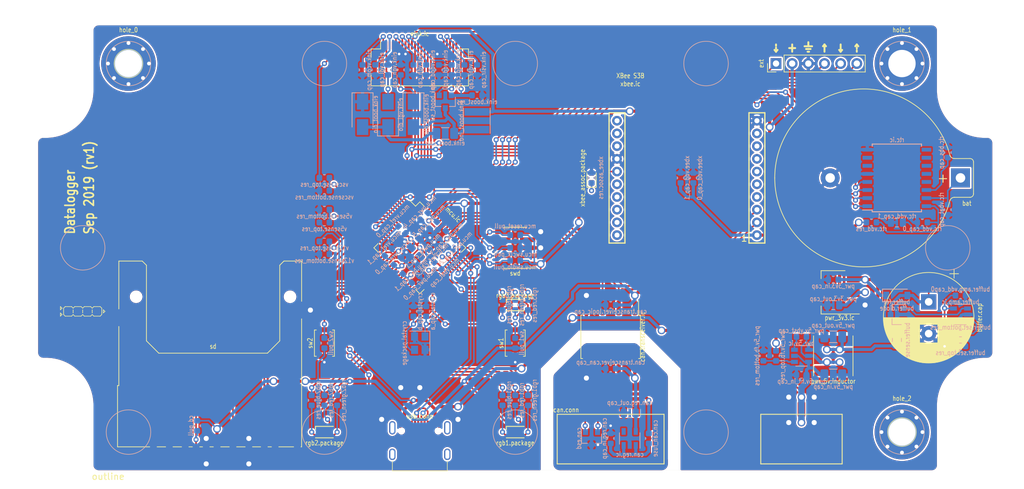
<source format=kicad_pcb>
(kicad_pcb (version 20221018) (generator pcbnew)
  (layers (0 "F.Cu" signal) (31 "B.Cu" signal) (34 "B.Paste" user) (35 "F.Paste" user) (36 "B.SilkS" user "B.Silkscreen") (37 "F.SilkS" user "F.Silkscreen") (38 "B.Mask" user) (39 "F.Mask" user) (44 "Edge.Cuts" user))
  (net 0 "")
  (net 1 "v3v3")
  (net 2 "gnd")
  (net 3 "vin")
  (net 4 "can.can_pwr")
  (net 5 "can.can_gnd")
  (net 6 "can.can.canh")
  (net 7 "can.can.canl")
  (net 8 "rgb2.red_res.a")
  (net 9 "rgb1.green_res.a")
  (net 10 "rgb1.red_res.a")
  (net 11 "rgb2.green_res.a")
  (net 12 "xbee.associate")
  (net 13 "xbee_assoc.res.a")
  (net 14 "eink.vdl_cap.pos")
  (net 15 "rgb1.blue_res.a")
  (net 16 "eink.vdhr_cap.pos")
  (net 17 "pwr_5v.sw")
  (net 18 "eink.vdh_cap.pos")
  (net 19 "pwr_5v.vbst_cap.pos")
  (net 20 "eink.vslr_cap.pos")
  (net 21 "rgb2.blue_res.a")
  (net 22 "rgb3.blue_res.a")
  (net 23 "rgb3.green_res.a")
  (net 24 "rgb3.red_res.a")
  (net 25 "sd.spi.miso")
  (net 26 "ext.data.rx")
  (net 27 "mcu.spi_1.sck")
  (net 28 "mcu.digital_15")
  (net 29 "mcu.digital_19")
  (net 30 "vscsense.center")
  (net 31 "rgb1.blue")
  (net 32 "pwr_5v.fb.out")
  (net 33 "rtc.spi.sck")
  (net 34 "buffer.amp.inp")
  (net 35 "buffer.amp.inn")
  (net 36 "can.controller.rxd")
  (net 37 "eink.boost_sw.source")
  (net 38 "ext.cts")
  (net 39 "swd.swd.swclk")
  (net 40 "rgb3.blue")
  (net 41 "xbee.data.tx")
  (net 42 "xbee.data.rx")
  (net 43 "mcu.can_0.txd")
  (net 44 "mcu.digital_4")
  (net 45 "mcu.xtal.xtal_out")
  (net 46 "eink.boot_dio.anode")
  (net 47 "mcu.digital_11")
  (net 48 "rtc.pwr_bat")
  (net 49 "buffer.fet.gate")
  (net 50 "v5")
  (net 51 "vscsense.pwr")
  (net 52 "can.reg.pwr_in")
  (net 53 "can.reg.pwr_out")
  (net 54 "cd_pull.b")
  (net 55 "mcu.xtal.xtal_in")
  (net 56 "eink.ic.vgh")
  (net 57 "eink.boot_cap.pos")
  (net 58 "eink.ic.gdr")
  (net 59 "eink.ic.vcom")
  (net 60 "eink.vgl_cap.pos")
  (net 61 "eink.ic.vddd")
  (net 62 "rtc.spi.mosi")
  (net 63 "mcu.digital_13")
  (net 64 "mcu.digital_14")
  (net 65 "mcu.digital_16")
  (net 66 "ext.data.tx")
  (net 67 "eink.spi.miso")
  (net 68 "mcu.adc_2")
  (net 69 "mcu.adc_3")
  (net 70 "swd.swd.swo")
  (net 71 "mcu.spi_1.mosi")
  (net 72 "sw2_pull.io")
  (net 73 "mcu.digital_5")
  (net 74 "mcu.digital_7")
  (net 75 "rgb2.green")
  (net 76 "rgb1.red")
  (net 77 "mcu.digital_9")
  (net 78 "mcu.digital_1")
  (net 79 "mcu.digital_3")
  (net 80 "mcu.swd.swdio")
  (net 81 "mcu.swd.reset")
  (net 82 "usb_conn.usb.dp")
  (net 83 "usb_conn.usb.dm")
  (net 84 "rtc.cs")
  (net 85 "rtc._bbs.pwr")
  (net 86 "rtc._vdd.pwr")
  (footprint "Connector_PinHeader_1.27mm:PinHeader_2x05_P1.27mm_Vertical_SMD" (layer "F.Cu") (at 180 50 180)
    (fp_text reference "swd")
    (fp_text value "SWD")
  )
  (footprint "calisco:Molex_DuraClik_vert_3pin" (layer "F.Cu") (at 225 81)
    (fp_text reference "pwr_conn" hide)
    (fp_text value "Duraclik")
  )
  (footprint "calisco:LED_RGB_0606" (layer "F.Cu") (at 180 79)
    (fp_text reference "rgb1.package")
    (fp_text value "")
  )
  (footprint "calisco:Molex_DuraClik_vert_5pin" (layer "F.Cu") (at 195 81)
    (fp_text reference "can.conn")
    (fp_text value "Duraclik")
  )
  (footprint "Sparkfun_RF:XBEE" (layer "F.Cu") (at 207 28 180)
    (fp_text reference "xbee.ic")
    (fp_text value "XBee S3B")
  )
  (footprint "LED_SMD:LED_0603_1608Metric" (layer "F.Cu") (at 192 39 90)
    (fp_text reference "xbee_assoc.package")
    (fp_text value "")
  )
  (footprint "Battery:BatteryHolder_Keystone_106_1x20mm" (layer "F.Cu") (at 250 39 180)
    (fp_text reference "bat")
    (fp_text value "CR2032")
  )
  (footprint "Capacitor_THT:CP_Radial_D14.0mm_P5.00mm" (layer "F.Cu") (at 245 58.5 -90)
    (fp_text reference "buffer.cap")
    (fp_text value "DBN-5R5D334T")
  )
  (footprint "Inductor_SMD:L_Taiyo-Yuden_NR-60xx" (layer "F.Cu") (at 230 67 90)
    (fp_text reference "pwr_5v.inductor")
    (fp_text value "10µH, 2.5A, NR6045T100M")
  )
  (footprint "Package_TO_SOT_SMD:SOT-223-3_TabPin2" (layer "F.Cu") (at 230 57 180)
    (fp_text reference "pwr_3v3.ic")
    (fp_text value "LD1117V33")
  )
  (footprint "MountingHole:MountingHole_4.3mm_M4_Pad_Via" (layer "F.Cu") (at 119.2 21)
    (fp_text reference "hole_0")
    (fp_text value "M4")
  )
  (footprint "MountingHole:MountingHole_4.3mm_M4_Pad_Via" (layer "F.Cu") (at 240.8 21)
    (fp_text reference "hole_1")
    (fp_text value "M4")
  )
  (footprint "MountingHole:MountingHole_4.3mm_M4_Pad_Via" (layer "F.Cu") (at 240.8 79)
    (fp_text reference "hole_2")
    (fp_text value "M4")
  )
  (footprint "Connector_Card:SD_Kyocera_145638009511859+" (layer "F.Cu") (at 132.5 75)
    (fp_text reference "sd")
    (fp_text value "SD Socket, Kyocera 145638009511859+")
  )
  (footprint "Package_QFP:LQFP-64_10x10mm_P0.5mm" (layer "F.Cu") (at 165 50 -45)
    (fp_text reference "mcu.ic")
    (fp_text value "LPC1549JBD64")
  )
  (footprint "calisco:LED_RGB_0606" (layer "F.Cu") (at 150 79)
    (fp_text reference "rgb2.package")
    (fp_text value "")
  )
  (footprint "calisco:LED_RGB_0606" (layer "F.Cu") (at 180 59)
    (fp_text reference "rgb3.package")
    (fp_text value "")
  )
  (footprint "calisco:Symbol_Duckling" (layer "F.Cu") (at 112 54)
    (fp_text reference "duck" hide)
    (fp_text value "Duck" hide)
  )
  (footprint "Connector_PinHeader_2.54mm:PinHeader_1x06_P2.54mm_Vertical" (layer "F.Cu") (at 221 21 90)
    (fp_text reference "ext")
    (fp_text value "BlueSMiRF")
  )
  (footprint "Button_Switch_SMD:SW_Push_SPST_NO_Alps_SKRK" (layer "F.Cu") (at 180 65 90)
    (fp_text reference "sw1")
    (fp_text value "switch")
  )
  (footprint "calisco:USB_C_Receptacle_BSC_A40-00119" (layer "F.Cu") (at 165 82.5)
    (fp_text reference "usb_conn")
    (fp_text value "USB-C")
  )
  (footprint "calisco:Indicator_LeadFree" (layer "F.Cu") (at 112 64)
    (fp_text reference "leadfree" hide)
    (fp_text value "LeadFree" hide)
  )
  (footprint "Connector_FFC-FPC:Hirose_FH12-24S-0.5SH_1x24-1MP_P0.50mm_Horizontal" (layer "F.Cu") (at 165 20)
    (fp_text reference "eink.ic")
    (fp_text value "E2154FS091, FH12-24S-0.5SH(55)")
  )
  (footprint "Button_Switch_SMD:SW_Push_SPST_NO_Alps_SKRK" (layer "F.Cu") (at 150 65 90)
    (fp_text reference "sw2")
    (fp_text value "switch")
  )
  (footprint "calisco:Outline_150mm_70mm_PNX-91432" (layer "F.Cu") (at 180 50)
    (fp_text reference "outline")
    (fp_text value "PN1332_Panel")
    (fp_line (start -75 -16.5) (end -75 16.5) (stroke (width 0.01)) (layer "Edge.Cuts"))
    (fp_line (start -74.2 -17.3) (end -73.8 -17.3) (stroke (width 0.01)) (layer "Edge.Cuts"))
    (fp_line (start -74.2 17.3) (end -73.8 17.3) (stroke (width 0.01)) (layer "Edge.Cuts"))
    (fp_line (start -66.3 -24.8) (end -66.3 -34.2) (stroke (width 0.01)) (layer "Edge.Cuts"))
    (fp_line (start -66.3 24.8) (end -66.3 34.2) (stroke (width 0.01)) (layer "Edge.Cuts"))
    (fp_line (start -65.5 -35) (end 65.5 -35) (stroke (width 0.01)) (layer "Edge.Cuts"))
    (fp_line (start -65.5 35) (end 65.5 35) (stroke (width 0.01)) (layer "Edge.Cuts"))
    (fp_line (start 66.3 -24.8) (end 66.3 -34.2) (stroke (width 0.01)) (layer "Edge.Cuts"))
    (fp_line (start 66.3 24.8) (end 66.3 34.2) (stroke (width 0.01)) (layer "Edge.Cuts"))
    (fp_line (start 74.2 -17.3) (end 73.8 -17.3) (stroke (width 0.01)) (layer "Edge.Cuts"))
    (fp_line (start 74.2 17.3) (end 73.8 17.3) (stroke (width 0.01)) (layer "Edge.Cuts"))
    (fp_line (start 75 -16.5) (end 75 16.5) (stroke (width 0.01)) (layer "Edge.Cuts"))
    (fp_arc (start -75 -16.5) (mid -74.765685 -17.065685) (end -74.2 -17.3) (stroke (width 0.01)) (layer "Edge.Cuts"))
    (fp_arc (start -74.2 17.3) (mid -74.765685 17.065685) (end -75 16.5) (stroke (width 0.01)) (layer "Edge.Cuts"))
    (fp_arc (start -73.8 17.3) (mid -68.496699 19.496699) (end -66.3 24.8) (stroke (width 0.01)) (layer "Edge.Cuts"))
    (fp_arc (start -66.3 -34.2) (mid -66.065685 -34.765685) (end -65.5 -35) (stroke (width 0.01)) (layer "Edge.Cuts"))
    (fp_arc (start -66.3 -24.8) (mid -68.496699 -19.496699) (end -73.8 -17.3) (stroke (width 0.01)) (layer "Edge.Cuts"))
    (fp_arc (start -65.5 35) (mid -66.065685 34.765685) (end -66.3 34.2) (stroke (width 0.01)) (layer "Edge.Cuts"))
    (fp_arc (start 65.5 -35) (mid 66.065685 -34.765685) (end 66.3 -34.2) (stroke (width 0.01)) (layer "Edge.Cuts"))
    (fp_arc (start 66.3 24.8) (mid 68.496699 19.496699) (end 73.8 17.3) (stroke (width 0.01)) (layer "Edge.Cuts"))
    (fp_arc (start 66.3 34.2) (mid 66.065685 34.765685) (end 65.5 35) (stroke (width 0.01)) (layer "Edge.Cuts"))
    (fp_arc (start 73.8 -17.3) (mid 68.496699 -19.496699) (end 66.3 -24.8) (stroke (width 0.01)) (layer "Edge.Cuts"))
    (fp_arc (start 74.2 -17.3) (mid 74.765685 -17.065685) (end 75 -16.5) (stroke (width 0.01)) (layer "Edge.Cuts"))
    (fp_arc (start 75 16.5) (mid 74.765685 17.065685) (end 74.2 17.3) (stroke (width 0.01)) (layer "Edge.Cuts"))
  )
  (footprint "Package_SO:SOP-8_6.62x9.15mm_P2.54mm" (layer "F.Cu") (at 195 64 -90)
    (fp_text reference "can.transceiver.ic")
    (fp_text value "ISO1050DUB")
  )
  (footprint "calisco:Indicator_IdDots_4" (layer "F.Cu") (at 112 60)
    (fp_text reference "id" hide)
    (fp_text value "IdDots4")
  )
  (footprint "Resistor_SMD:R_0603_1608Metric" (layer "B.Cu") (at 180 48 180)
    (fp_text reference "mcu.reset_pull")
    (fp_text value "10000, 1%, 0.1W")
  )
  (footprint "Resistor_SMD:R_0603_1608Metric" (layer "B.Cu") (at 180 50 180)
    (fp_text reference "mcu.swclk_pull")
    (fp_text value "10000, 1%, 0.1W")
  )
  (footprint "Resistor_SMD:R_0603_1608Metric" (layer "B.Cu") (at 180 52 180)
    (fp_text reference "mcu.swdio_pull")
    (fp_text value "10000, 1%, 0.1W")
  )
  (footprint "Resistor_SMD:R_0603_1608Metric" (layer "B.Cu") (at 130 78 -90)
    (fp_text reference "cd_pull")
    (fp_text value "4700, 1%, 0.1W")
  )
  (footprint "Capacitor_SMD:C_0603_1608Metric" (layer "B.Cu") (at 167.828426 52.828426 135)
    (fp_text reference "mcu.vbat_cap")
    (fp_text value "0.1µF, 50V, CL10B104KB8NNNC")
  )
  (footprint "Capacitor_SMD:C_0603_1608Metric" (layer "B.Cu") (at 164.292893 54.949746 45)
    (fp_text reference "mcu.pwr_cap_0")
    (fp_text value "0.1µF, 50V, CL10B104KB8NNNC")
  )
  (footprint "Capacitor_SMD:C_0603_1608Metric" (layer "B.Cu") (at 169.949747 49.292893 -135)
    (fp_text reference "mcu.pwr_cap_2")
    (fp_text value "0.1µF, 50V, CL10B104KB8NNNC")
  )
  (footprint "Capacitor_SMD:C_0603_1608Metric" (layer "B.Cu") (at 168.535534 47.87868 -135)
    (fp_text reference "mcu.pwr_cap_3")
    (fp_text value "10000pF, 50V, CL10B103KB8NNNC")
  )
  (footprint "Capacitor_SMD:C_0603_1608Metric" (layer "B.Cu") (at 165.707107 45.050253 -135)
    (fp_text reference "mcu.pwr_cap_4")
    (fp_text value "0.1µF, 50V, CL10B104KB8NNNC")
  )
  (footprint "Capacitor_SMD:C_0603_1608Metric" (layer "B.Cu") (at 167.12132 46.464465 -135)
    (fp_text reference "mcu.pwr_cap_5")
    (fp_text value "10000pF, 50V, CL10B103KB8NNNC")
  )
  (footprint "Capacitor_SMD:C_0603_1608Metric" (layer "B.Cu") (at 160.050253 50.707106 45)
    (fp_text reference "mcu.vref_cap_1")
    (fp_text value "0.1µF, 50V, CL10B104KB8NNNC")
  )
  (footprint "Capacitor_SMD:C_0603_1608Metric" (layer "B.Cu") (at 161.464466 52.121319 45)
    (fp_text reference "mcu.pwra_cap_0")
    (fp_text value "0.1µF, 50V, CL10B104KB8NNNC")
  )
  (footprint "Capacitor_SMD:C_0603_1608Metric" (layer "B.Cu") (at 162.171573 47.171573 -45)
    (fp_text reference "mcu.vref_cap_0")
    (fp_text value "0.1µF, 50V, CL10B104KB8NNNC")
  )
  (footprint "Capacitor_SMD:C_0805_2012Metric" (layer "B.Cu") (at 164.292893 49.292893 45)
    (fp_text reference "mcu.pwra_cap_1")
    (fp_text value "10µF, 10V, CL21A106KPFNNNE")
  )
  (footprint "Capacitor_SMD:C_0805_2012Metric" (layer "B.Cu") (at 165.707107 50.707107 45)
    (fp_text reference "mcu.vref_cap_2")
    (fp_text value "10µF, 10V, CL21A106KPFNNNE")
  )
  (footprint "Capacitor_SMD:C_0603_1608Metric" (layer "B.Cu") (at 162.87868 53.535533 45)
    (fp_text reference "mcu.pwr_cap_1")
    (fp_text value "10000pF, 50V, CL10B103KB8NNNC")
  )
  (footprint "Capacitor_SMD:C_0805_2012Metric" (layer "B.Cu") (at 198 76 180)
    (fp_text reference "can.reg.out_cap")
    (fp_text value "2.2µF, 10V, CL21B225KPFNNNE")
  )
  (footprint "Capacitor_SMD:C_0603_1608Metric" (layer "B.Cu") (at 195 59 180)
    (fp_text reference "can.transceiver.logic_cap")
    (fp_text value "0.1µF, 50V, CL10B104KB8NNNC")
  )
  (footprint "Resistor_SMD:R_0603_1608Metric" (layer "B.Cu") (at 178 74 90)
    (fp_text reference "rgb1.blue_res")
    (fp_text value "1000, 1%, 0.1W")
  )
  (footprint "Resistor_SMD:R_0603_1608Metric" (layer "B.Cu") (at 182 74 90)
    (fp_text reference "rgb1.green_res")
    (fp_text value "1000, 1%, 0.1W")
  )
  (footprint "Resistor_SMD:R_0603_1608Metric" (layer "B.Cu") (at 180 74 90)
    (fp_text reference "rgb1.red_res")
    (fp_text value "1000, 1%, 0.1W")
  )
  (footprint "Package_TO_SOT_SMD:SOT-23" (layer "B.Cu") (at 192 80 -90)
    (fp_text reference "can.esd")
    (fp_text value "PESD1CAN,215")
  )
  (footprint "Capacitor_SMD:C_0603_1608Metric" (layer "B.Cu") (at 195 69 180)
    (fp_text reference "can.transceiver.can_cap")
    (fp_text value "0.1µF, 50V, CL10B104KB8NNNC")
  )
  (footprint "Capacitor_SMD:C_0603_1608Metric" (layer "B.Cu") (at 195 80 90)
    (fp_text reference "can.reg.in_cap")
    (fp_text value "1µF, 25V, CL10A105KA8NNNC")
  )
  (footprint "Resistor_SMD:R_0603_1608Metric" (layer "B.Cu") (at 201 80 -90)
    (fp_text reference "can.can_fuse")
    (fp_text value "0ZCM0005FF2G")
  )
  (footprint "Package_TO_SOT_SMD:SOT-23-5" (layer "B.Cu") (at 198 80 90)
    (fp_text reference "can.reg.ic")
    (fp_text value "AP2204K-5.0")
  )
  (footprint "Capacitor_SMD:C_0603_1608Metric" (layer "B.Cu") (at 166 60 90)
    (fp_text reference "crystal.cap_a")
    (fp_text value "18pF, 50V, CC0603GRNPO9BN180")
  )
  (footprint "Capacitor_SMD:C_0603_1608Metric" (layer "B.Cu") (at 164 60 90)
    (fp_text reference "crystal.cap_b")
    (fp_text value "18pF, 50V, CC0603GRNPO9BN180")
  )
  (footprint "Oscillator:Oscillator_SMD_Abracon_ASE-4Pin_3.2x2.5mm" (layer "B.Cu") (at 165 65 -90)
    (fp_text reference "crystal.package")
    (fp_text value "7V-12.000MAHE-T")
  )
  (footprint "Capacitor_SMD:C_0603_1608Metric" (layer "B.Cu") (at 208 39 90)
    (fp_text reference "xbee.vdd_cap_0")
    (fp_text value "1µF, 10V, CL10A105KP8NNNC")
  )
  (footprint "Capacitor_SMD:C_0603_1608Metric" (layer "B.Cu") (at 206 39 90)
    (fp_text reference "xbee.vdd_cap_1")
    (fp_text value "47pF, 100V, CL10C470JC8NNNC")
  )
  (footprint "Resistor_SMD:R_0603_1608Metric" (layer "B.Cu") (at 192 39 90)
    (fp_text reference "xbee_assoc.res")
    (fp_text value "1000, 1%, 0.1W")
  )
  (footprint "Diode_SMD:D_SOD-123" (layer "B.Cu") (at 240 57.5)
    (fp_text reference "buffer.diode")
    (fp_text value "MBR0520L")
  )
  (footprint "Resistor_SMD:R_0805_2012Metric" (layer "B.Cu") (at 240 64.5 90)
    (fp_text reference "buffer.sense")
    (fp_text value "0.47, 1%, 0.125W")
  )
  (footprint "Resistor_SMD:R_0603_1608Metric" (layer "B.Cu") (at 219 67 90)
    (fp_text reference "pwr_5v.fb.bottom_res")
    (fp_text value "1200, 1%, 0.1W")
  )
  (footprint "Resistor_SMD:R_0603_1608Metric" (layer "B.Cu") (at 221 67 -90)
    (fp_text reference "pwr_5v.fb.top_res")
    (fp_text value "6800, 1%, 0.1W")
  )
  (footprint "Capacitor_SMD:C_0603_1608Metric" (layer "B.Cu") (at 225 70 180)
    (fp_text reference "pwr_5v.hf_in_cap")
    (fp_text value "0.1µF, 50V, CL10B104KB8NNNC")
  )
  (footprint "Package_TO_SOT_SMD:SOT-23-6" (layer "B.Cu") (at 225 67 180)
    (fp_text reference "pwr_5v.ic")
    (fp_text value "TPS561201")
  )
  (footprint "Capacitor_SMD:C_1206_3216Metric" (layer "B.Cu") (at 230 70)
    (fp_text reference "pwr_5v.in_cap")
    (fp_text value "22µF, 16V, CL31A226MOCLNNC")
  )
  (footprint "Capacitor_SMD:C_1206_3216Metric" (layer "B.Cu") (at 230 64 180)
    (fp_text reference "pwr_5v.out_cap")
    (fp_text value "22µF, 6.3V, CL31A226MQHNNNE")
  )
  (footprint "Capacitor_SMD:C_0603_1608Metric" (layer "B.Cu") (at 225 64)
    (fp_text reference "pwr_5v.vbst_cap")
    (fp_text value "0.1µF, 50V, CL10B104KB8NNNC")
  )
  (footprint "Package_TO_SOT_SMD:SOT-23" (layer "B.Cu") (at 240 60.5 180)
    (fp_text reference "buffer.fet")
    (fp_text value "SQ2301ES-T1_GE3")
  )
  (footprint "Resistor_SMD:R_0603_1608Metric" (layer "B.Cu") (at 250 65.5)
    (fp_text reference "buffer.set.top_res")
    (fp_text value "10000, 1%, 0.1W")
  )
  (footprint "Resistor_SMD:R_0603_1608Metric" (layer "B.Cu") (at 250 63.5 180)
    (fp_text reference "buffer.set.bottom_res")
    (fp_text value "220000, 1%, 0.1W")
  )
  (footprint "Capacitor_SMD:C_0603_1608Metric" (layer "B.Cu") (at 250 57.5)
    (fp_text reference "buffer.amp.vdd_cap0")
    (fp_text value "0.1µF, 50V, CL10B104KB8NNNC")
  )
  (footprint "Package_TO_SOT_SMD:SOT-23-5" (layer "B.Cu") (at 250 60.5 180)
    (fp_text reference "buffer.amp.ic")
    (fp_text value "MCP6001T")
  )
  (footprint "Capacitor_SMD:C_0805_2012Metric" (layer "B.Cu") (at 230 59 180)
    (fp_text reference "pwr_3v3.out_cap")
    (fp_text value "10µF, 10V, CL21A106KPFNNNE")
  )
  (footprint "Capacitor_SMD:C_0603_1608Metric" (layer "B.Cu") (at 230 55 180)
    (fp_text reference "pwr_3v3.in_cap")
    (fp_text value "0.1µF, 50V, CL10B104KB8NNNC")
  )
  (footprint "Package_TO_SOT_SMD:SOT-23" (layer "B.Cu") (at 169 27 -90)
    (fp_text reference "eink.boost_sw")
    (fp_text value "DMN3404L-7")
  )
  (footprint "Diode_SMD:D_SMA" (layer "B.Cu") (at 164 29 -90)
    (fp_text reference "eink.boost_dio")
    (fp_text value "CDBA240LL-HF")
  )
  (footprint "Capacitor_SMD:C_0603_1608Metric" (layer "B.Cu") (at 160 22 90)
    (fp_text reference "eink.vgl_cap")
    (fp_text value "1µF, 25V, CL10A105KA8NNNC")
  )
  (footprint "Capacitor_SMD:C_0603_1608Metric" (layer "B.Cu") (at 174 22 -90)
    (fp_text reference "eink.vslr_cap")
    (fp_text value "1µF, 25V, CL10A105KA8NNNC")
  )
  (footprint "Diode_SMD:D_SMA" (layer "B.Cu") (at 160 29 90)
    (fp_text reference "eink.vgl_dio")
    (fp_text value "CDBA240LL-HF")
  )
  (footprint "Capacitor_SMD:C_0603_1608Metric" (layer "B.Cu") (at 156 22 -90)
    (fp_text reference "eink.vcom_cap")
    (fp_text value "1µF, 25V, CL10A105KA8NNNC")
  )
  (footprint "Capacitor_SMD:C_0603_1608Metric" (layer "B.Cu") (at 166 22 -90)
    (fp_text reference "eink.vddd_cap")
    (fp_text value "1µF, 25V, CL10A105KA8NNNC")
  )
  (footprint "Capacitor_SMD:C_0603_1608Metric" (layer "B.Cu") (at 170 22 -90)
    (fp_text reference "eink.vdd_cap1")
    (fp_text value "1µF, 10V, CL10A105KP8NNNC")
  )
  (footprint "Capacitor_SMD:C_0603_1608Metric" (layer "B.Cu") (at 162 22 90)
    (fp_text reference "eink.vgh_cap")
    (fp_text value "1µF, 25V, CL10A105KA8NNNC")
  )
  (footprint "Capacitor_SMD:C_0603_1608Metric" (layer "B.Cu") (at 158 22 -90)
    (fp_text reference "eink.vdl_cap")
    (fp_text value "1µF, 25V, CL10A105KA8NNNC")
  )
  (footprint "Capacitor_SMD:C_0603_1608Metric" (layer "B.Cu") (at 172 22 -90)
    (fp_text reference "eink.vdhr_cap")
    (fp_text value "1µF, 25V, CL10A105KA8NNNC")
  )
  (footprint "Resistor_SMD:R_0603_1608Metric" (layer "B.Cu") (at 174 26)
    (fp_text reference "eink.boost_res")
    (fp_text value "0.47, 1%, 0.1W")
  )
  (footprint "Capacitor_SMD:C_0603_1608Metric" (layer "B.Cu") (at 168 22 -90)
    (fp_text reference "eink.vdd_cap0")
    (fp_text value "0.1µF, 50V, CL10B104KB8NNNC")
  )
  (footprint "Capacitor_SMD:C_0603_1608Metric" (layer "B.Cu") (at 164 22 -90)
    (fp_text reference "eink.vdh_cap")
    (fp_text value "1µF, 25V, CL10A105KA8NNNC")
  )
  (footprint "Resistor_SMD:R_0603_1608Metric" (layer "B.Cu") (at 236 46)
    (fp_text reference "rtc.vdd_res")
    (fp_text value "330, 1%, 0.1W")
  )
  (footprint "Capacitor_SMD:C_0603_1608Metric" (layer "B.Cu") (at 248 44 -90)
    (fp_text reference "rtc.vbat_cap")
    (fp_text value "0.1µF, 50V, CL10B104KB8NNNC")
  )
  (footprint "Package_SO:SOIC-16W_7.5x10.3mm_P1.27mm" (layer "B.Cu") (at 240 39)
    (fp_text reference "rtc.ic")
    (fp_text value "PCF2129T")
  )
  (footprint "Capacitor_SMD:C_0805_2012Metric" (layer "B.Cu") (at 240 46 180)
    (fp_text reference "rtc.vdd_cap_1")
    (fp_text value "4.7µF, 6.3V, CL21A475KQFNNNG")
  )
  (footprint "Capacitor_SMD:C_0603_1608Metric" (layer "B.Cu") (at 244 46 180)
    (fp_text reference "rtc.vdd_cap_0")
    (fp_text value "0.1µF, 50V, CL10B104KB8NNNC")
  )
  (footprint "Capacitor_SMD:C_0603_1608Metric" (layer "B.Cu") (at 248 35 90)
    (fp_text reference "rtc.bbs_cap")
    (fp_text value "0.1µF, 50V, CL10B104KB8NNNC")
  )
  (footprint "Resistor_SMD:R_0603_1608Metric" (layer "B.Cu") (at 148 74 90)
    (fp_text reference "rgb2.blue_res")
    (fp_text value "1000, 1%, 0.1W")
  )
  (footprint "Resistor_SMD:R_0603_1608Metric" (layer "B.Cu") (at 152 74 90)
    (fp_text reference "rgb2.green_res")
    (fp_text value "1000, 1%, 0.1W")
  )
  (footprint "Resistor_SMD:R_0603_1608Metric" (layer "B.Cu") (at 150 74 90)
    (fp_text reference "rgb2.red_res")
    (fp_text value "1000, 1%, 0.1W")
  )
  (footprint "Resistor_SMD:R_0603_1608Metric" (layer "B.Cu") (at 182 59 90)
    (fp_text reference "rgb3.red_res")
    (fp_text value "1000, 1%, 0.1W")
  )
  (footprint "Resistor_SMD:R_0603_1608Metric" (layer "B.Cu") (at 150 44 180)
    (fp_text reference "v5sense.bottom_res")
    (fp_text value "15000, 1%, 0.1W")
  )
  (footprint "Resistor_SMD:R_0603_1608Metric" (layer "B.Cu") (at 150 46)
    (fp_text reference "v5sense.top_res")
    (fp_text value "10000, 1%, 0.1W")
  )
  (footprint "Resistor_SMD:R_0603_1608Metric" (layer "B.Cu") (at 150 41 180)
    (fp_text reference "vscsense.bottom_res")
    (fp_text value "15000, 1%, 0.1W")
  )
  (footprint "Resistor_SMD:R_0603_1608Metric" (layer "B.Cu") (at 150 39)
    (fp_text reference "vscsense.top_res")
    (fp_text value "10000, 1%, 0.1W")
  )
  (footprint "Resistor_SMD:R_0603_1608Metric" (layer "B.Cu") (at 180 65 90)
    (fp_text reference "sw1_pull")
    (fp_text value "4700, 1%, 0.1W")
  )
  (footprint "Diode_SMD:D_SMA" (layer "B.Cu") (at 156 29 -90)
    (fp_text reference "eink.boot_dio")
    (fp_text value "CDBA240LL-HF")
  )
  (footprint "Capacitor_SMD:C_1206_3216Metric" (layer "B.Cu") (at 169 32 180)
    (fp_text reference "eink.boot_cap")
    (fp_text value "22µF, 16V, CL31A226MOCLNNC")
  )
  (footprint "Resistor_SMD:R_0603_1608Metric" (layer "B.Cu") (at 150 65 90)
    (fp_text reference "sw2_pull")
    (fp_text value "4700, 1%, 0.1W")
  )
  (footprint "Inductor_SMD:L_Taiyo-Yuden_NR-40xx" (layer "B.Cu") (at 173.96264 30 -90)
    (fp_text reference "eink.boost_ind")
    (fp_text value "10µH, 840mA, NR4018T100M")
  )
  (footprint "Resistor_SMD:R_0603_1608Metric" (layer "B.Cu") (at 150 49)
    (fp_text reference "v12sense.top_res")
    (fp_text value "4700, 1%, 0.1W")
  )
  (footprint "Resistor_SMD:R_0603_1608Metric" (layer "B.Cu") (at 150 51 180)
    (fp_text reference "v12sense.bottom_res")
    (fp_text value "1500, 1%, 0.1W")
  )
  (footprint "Resistor_SMD:R_0603_1608Metric" (layer "B.Cu") (at 180 59 90)
    (fp_text reference "rgb3.green_res")
    (fp_text value "1000, 1%, 0.1W")
  )
  (footprint "Resistor_SMD:R_0603_1608Metric" (layer "B.Cu") (at 178 59 90)
    (fp_text reference "rgb3.blue_res")
    (fp_text value "1000, 1%, 0.1W")
  )
  (gr_text "+" (at 223.54 18.46) (layer "F.SilkS") (effects (font (size 1.5 1.25) (thickness 0.3))))
  (gr_text "⇣" (at 221 18.46) (layer "F.SilkS") (effects (font (size 1.5 1.25) (thickness 0.3))))
  (gr_text "Sep 2019 (rv1)\n" (at 113 48 90) (layer "F.SilkS") (effects (font (size 1.5 1.25) (thickness 0.25)) (justify left)))
  (gr_text "↑" (at 228.62 18.46) (layer "F.SilkS") (effects (font (size 1.5 1.25) (thickness 0.3))))
  (gr_text "↓" (at 231.16 18.46) (layer "F.SilkS") (effects (font (size 1.5 1.25) (thickness 0.3))))
  (gr_text "⏚" (at 226.08 18.46) (layer "F.SilkS") (effects (font (size 1.5 1.25) (thickness 0.3))))
  (gr_text "⇡" (at 233.7 18.46) (layer "F.SilkS") (effects (font (size 1.5 1.25) (thickness 0.3))))
  (gr_text "Datalogger" (at 110 48 90) (layer "F.SilkS") (effects (font (size 1.5 1.25) (thickness 0.25)) (justify left)))
  (segment (start 164.116117 49.116117) (end 166.414214 51.414214) (width 0.25) (layer "F.Cu") (net 1))
  (segment (start 163.585786 48.585786) (end 164.116117 49.116117) (width 0.25) (layer "F.Cu") (net 1))
  (segment (start 166.414214 51.414214) (end 166.944544 51.944544) (width 0.25) (layer "F.Cu") (net 1))
  (segment (start 168.358757 49.46967) (end 166.414214 51.414214) (width 0.25) (layer "F.Cu") (net 1))
  (segment (start 166.842853 47.692152) (end 166.33911 47.692152) (width 0.25) (layer "F.Cu") (net 1))
  (segment (start 166.33911 47.692152) (end 164.515631 49.515631) (width 0.25) (layer "F.Cu") (net 1))
  (segment (start 163.185787 48.185787) (end 163.585786 48.585786) (width 0.25) (layer "F.Cu") (net 1))
  (segment (start 162.373597 48.185787) (end 163.185787 48.185787) (width 0.25) (layer "F.Cu") (net 1))
  (segment (start 161.673077 48.886307) (end 162.373597 48.185787) (width 0.25) (layer "F.Cu") (net 1))
  (segment (start 161.411433 48.886307) (end 161.673077 48.886307) (width 0.25) (layer "F.Cu") (net 1))
  (segment (start 165.353553 52.474874) (end 166.414214 51.414214) (width 0.25) (layer "F.Cu") (net 1))
  (segment (start 164.46967 53.358757) (end 165 52.828427) (width 0.25) (layer "F.Cu") (net 1))
  (segment (start 161.287689 50.53033) (end 161.641243 50.53033) (width 0.25) (layer "F.Cu") (net 1))
  (segment (start 160.465678 51.352342) (end 161.287689 50.53033) (width 0.25) (layer "F.Cu") (net 1))
  (segment (start 166.581239 47.692152) (end 166.842853 47.692152) (width 0.25) (layer "F.Cu") (net 1))
  (segment (start 233.15 57) (end 235 57) (width 0.5) (layer "F.Cu") (net 1))
  (segment (start 159.696699 50.707107) (end 160.403806 50.707107) (width 0.25) (layer "F.Cu") (net 1))
  (segment (start 165.353553 52.474874) (end 166.414214 51.414214) (width 0.25) (layer "F.Cu") (net 1))
  (segment (start 142 71) (end 147 71) (width 0.5) (layer "F.Cu") (net 1))
  (segment (start 161.287689 50.53033) (end 160.757359 51.06066) (width 0.25) (layer "F.Cu") (net 1))
  (segment (start 166.414214 45.757359) (end 167.65165 46.994796) (width 0.25) (layer "F.Cu") (net 1))
  (segment (start 165 52.828427) (end 165.353553 52.474874) (width 0.25) (layer "F.Cu") (net 1))
  (segment (start 163.412173 49.82006) (end 164.116117 49.116117) (width 0.25) (layer "F.Cu") (net 1))
  (segment (start 181.95 52.54) (end 184 52.54) (width 0.5) (layer "F.Cu") (net 1))
  (segment (start 166.777526 54.2524) (end 166.162342 54.2524) (width 0.25) (layer "F.Cu") (net 1))
  (segment (start 158.689072 51.714734) (end 159.696699 50.707107) (width 0.25) (layer "F.Cu") (net 1))
  (segment (start 179.2 58.05) (end 179.564999 57.685001) (width 0.25) (layer "F.Cu") (net 1))
  (segment (start 149.2 78.55) (end 149.2 75.8) (width 0.25) (layer "F.Cu") (net 1))
  (segment (start 190 45.999998) (end 190 43) (width 0.5) (layer "F.Cu") (net 1))
  (segment (start 168.836054 45.810392) (end 166.954295 47.692152) (width 0.25) (layer "F.Cu") (net 1))
  (segment (start 162.171573 52.828427) (end 161.464466 52.12132) (width 0.25) (layer "F.Cu") (net 1))
  (segment (start 161.110913 52.12132) (end 161.464466 52.12132) (width 0.25) (layer "F.Cu") (net 1))
  (segment (start 133.12 82.2) (end 133.12 78.5) (width 0.5) (layer "F.Cu") (net 1))
  (segment (start 217.9982 47.99996) (end 217.99824 48) (width 0.5) (layer "F.Cu") (net 1))
  (segment (start 218.5 28.5) (end 220 30) (width 0.5) (layer "F.Cu") (net 1))
  (segment (start 184 56.5) (end 184 55) (width 0.25) (layer "F.Cu") (net 1))
  (segment (start 164.46967 53.358757) (end 163.585786 54.242641) (width 0.25) (layer "F.Cu") (net 1))
  (segment (start 179.2 58.55) (end 179.2 58.05) (width 0.25) (layer "F.Cu") (net 1))
  (segment (start 231 57) (end 226.85 57) (width 0.5) (layer "F.Cu") (net 1))
  (segment (start 160.403806 50.707107) (end 160.757359 51.06066) (width 0.25) (layer "F.Cu") (net 1))
  (segment (start 166.33911 47.692152) (end 164.515631 49.515631) (width 0.25) (layer "F.Cu") (net 1))
  (segment (start 195.5 28.5) (end 218.5 28.5) (width 0.5) (layer "F.Cu") (net 1))
  (segment (start 164.116117 49.116117) (end 166.414214 51.414214) (width 0.25) (layer "F.Cu") (net 1))
  (segment (start 163.25 18.15) (end 163.25 16.75) (width 0.25) (layer "F.Cu") (net 1))
  (segment (start 168.358757 49.46967) (end 169.242641 48.585786) (width 0.25) (layer "F.Cu") (net 1))
  (segment (start 190.599999 33.400001) (end 190 34) (width 0.5) (layer "F.Cu") (net 1))
  (segment (start 226.85 57) (end 200 57) (width 0.5) (layer "F.Cu") (net 1))
  (segment (start 184 55) (end 184 52.54) (width 0.25) (layer "F.Cu") (net 1))
  (segment (start 167.828427 52.474874) (end 167.474874 52.474874) (width 0.25) (layer "F.Cu") (net 1))
  (segment (start 162.87868 52.12132) (end 165 50) (width 0.25) (layer "F.Cu") (net 1))
  (segment (start 220 30) (end 220 48) (width 0.5) (layer "F.Cu") (net 1))
  (segment (start 167.775394 55.250268) (end 166.777526 54.2524) (width 0.25) (layer "F.Cu") (net 1))
  (segment (start 166.162342 54.2524) (end 165.353553 53.443611) (width 0.25) (layer "F.Cu") (net 1))
  (segment (start 161.641243 50.53033) (end 161.287689 50.53033) (width 0.25) (layer "F.Cu") (net 1))
  (segment (start 168.358757 49.46967) (end 166.414214 51.414214) (width 0.25) (layer "F.Cu") (net 1))
  (segment (start 165.353553 53.443611) (end 164.869185 52.959243) (width 0.25) (layer "F.Cu") (net 1))
  (segment (start 163.185787 48.185787) (end 163.585786 48.585786) (width 0.25) (layer "F.Cu") (net 1))
  (segment (start 166.842853 47.692152) (end 166.33911 47.692152) (width 0.25) (layer "F.Cu") (net 1))
  (segment (start 219.99996 47.99996) (end 220 48) (width 0.5) (layer "F.Cu") (net 1))
  (segment (start 226.85 57) (end 220 57) (width 0.5) (layer "F.Cu") (net 1))
  (segment (start 233.15 57) (end 231 57) (width 0.5) (layer "F.Cu") (net 1))
  (segment (start 164.46967 53.358757) (end 165 52.828427) (width 0.25) (layer "F.Cu") (net 1))
  (segment (start 160.704326 48.886307) (end 161.673077 48.886307) (width 0.25) (layer "F.Cu") (net 1))
  (segment (start 179.2 78.05) (end 172.15 71) (width 0.25) (layer "F.Cu") (net 1))
  (segment (start 162.373597 48.185787) (end 163.185787 48.185787) (width 0.25) (layer "F.Cu") (net 1))
  (segment (start 169.596194 48.585786) (end 169.242641 48.585786) (width 0.25) (layer "F.Cu") (net 1))
  (segment (start 162.87868 52.12132) (end 162.171573 52.828427) (width 0.25) (layer "F.Cu") (net 1))
  (segment (start 198.81 59.475) (end 198.81 57.5) (width 0.5) (layer "F.Cu") (net 1))
  (segment (start 217.9982 47.99996) (end 219.99996 47.99996) (width 0.5) (layer "F.Cu") (net 1))
  (segment (start 167.775394 55.250268) (end 167.474874 54.949747) (width 0.25) (layer "F.Cu") (net 1))
  (segment (start 172.15 71) (end 172 71) (width 0.25) (layer "F.Cu") (net 1))
  (segment (start 160.403806 51.414214) (end 159.396179 52.421841) (width 0.25) (layer "F.Cu") (net 1))
  (segment (start 199.31 57) (end 198.81 57.5) (width 0.5) (layer "F.Cu") (net 1))
  (segment (start 166.581239 47.692152) (end 166.767767 47.692152) (width 0.25) (layer "F.Cu") (net 1))
  (segment (start 162.351513 49.82006) (end 163.412173 49.82006) (width 0.25) (layer "F.Cu") (net 1))
  (segment (start 231 57) (end 231 48.999978) (width 0.5) (layer "F.Cu") (net 1))
  (segment (start 163.75 18.15) (end 163.75 17.25) (width 0.25) (layer "F.Cu") (net 1))
  (segment (start 149.2 75.8) (end 154 71) (width 0.25) (layer "F.Cu") (net 1))
  (segment (start 166.954295 47.692152) (end 166.767767 47.692152) (width 0.25) (layer "F.Cu") (net 1))
  (segment (start 170.603821 47.578159) (end 169.596194 48.585786) (width 0.25) (layer "F.Cu") (net 1))
  (segment (start 167.474874 52.474874) (end 166.944544 51.944544) (width 0.25) (layer "F.Cu") (net 1))
  (segment (start 179.564999 57.685001) (end 182.814999 57.685001) (width 0.25) (layer "F.Cu") (net 1))
  (segment (start 163.75 17.25) (end 164.25 16.75) (width 0.25) (layer "F.Cu") (net 1))
  (segment (start 160.103286 53.128948) (end 161.110913 52.12132) (width 0.25) (layer "F.Cu") (net 1))
  (segment (start 190 43) (end 171.999978 43) (width 0.5) (layer "F.Cu") (net 1))
  (segment (start 159.396179 47.578159) (end 160.704326 48.886307) (width 0.25) (layer "F.Cu") (net 1))
  (segment (start 166.767767 47.692152) (end 166.842853 47.692152) (width 0.25) (layer "F.Cu") (net 1))
  (segment (start 166.414214 51.414214) (end 166.944544 51.944544) (width 0.25) (layer "F.Cu") (net 1))
  (segment (start 169.189608 53.836054) (end 167.828427 52.474874) (width 0.25) (layer "F.Cu") (net 1))
  (segment (start 163.585786 48.585786) (end 164.116117 49.116117) (width 0.25) (layer "F.Cu") (net 1))
  (segment (start 161.641243 50.53033) (end 162.351513 49.82006) (width 0.25) (layer "F.Cu") (net 1))
  (segment (start 231 48.999978) (end 233.400001 46.599977) (width 0.5) (layer "F.Cu") (net 1))
  (segment (start 190 43) (end 190 34) (width 0.5) (layer "F.Cu") (net 1))
  (segment (start 160.757359 51.06066) (end 160.403806 51.414214) (width 0.25) (layer "F.Cu") (net 1))
  (segment (start 233.400001 46.599977) (end 234 45.999978) (width 0.5) (layer "F.Cu") (net 1))
  (segment (start 200 57) (end 199.31 57) (width 0.5) (layer "F.Cu") (net 1))
  (segment (start 163.25 16.75) (end 164.25 16.75) (width 0.25) (layer "F.Cu") (net 1))
  (segment (start 195.5 28.5) (end 190.599999 33.400001) (width 0.5) (layer "F.Cu") (net 1))
  (segment (start 161.673077 48.886307) (end 162.373597 48.185787) (width 0.25) (layer "F.Cu") (net 1))
  (segment (start 182.814999 57.685001) (end 184 56.5) (width 0.25) (layer "F.Cu") (net 1))
  (segment (start 220 48) (end 220 57) (width 0.5) (layer "F.Cu") (net 1))
  (segment (start 179.2 78.55) (end 179.2 78.05) (width 0.25) (layer "F.Cu") (net 1))
  (via (at 165 50) (size 0.8) (drill 0.4) (layers "F.Cu" "B.Cu") (net 1))
  (via (at 163.585786 48.585786) (size 0.8) (drill 0.4) (layers "F.Cu" "B.Cu") (net 1))
  (via (at 161.641243 50.53033) (size 0.8) (drill 0.4) (layers "F.Cu" "B.Cu") (net 1))
  (via (at 235 57) (size 1.2) (drill 0.8) (layers "F.Cu" "B.Cu") (net 1))
  (via (at 133.12 78.5) (size 1.2) (drill 0.8) (layers "F.Cu" "B.Cu") (net 1))
  (via (at 154 71) (size 0.8) (drill 0.4) (layers "F.Cu" "B.Cu") (net 1))
  (via (at 164.25 16.75) (size 0.8) (drill 0.4) (layers "F.Cu" "B.Cu") (net 1))
  (via (at 147 71) (size 1.2) (drill 0.8) (layers "F.Cu" "B.Cu") (net 1))
  (via (at 220 31) (size 1.2) (drill 0.8) (layers "F.Cu" "B.Cu") (net 1))
  (via (at 198 28.5) (size 1.2) (drill 0.8) (layers "F.Cu" "B.Cu") (net 1))
  (via (at 171.999978 43) (size 1.2) (drill 0.8) (layers "F.Cu" "B.Cu") (net 1))
  (via (at 163.585786 54.242641) (size 0.8) (drill 0.4) (layers "F.Cu" "B.Cu") (net 1))
  (via (at 163.25 16.75) (size 0.8) (drill 0.4) (layers "F.Cu" "B.Cu") (net 1))
  (via (at 142 71) (size 1.2) (drill 0.8) (layers "F.Cu" "B.Cu") (net 1))
  (via (at 190 45.999998) (size 1.2) (drill 0.8) (layers "F.Cu" "B.Cu") (net 1))
  (via (at 166.414214 45.757359) (size 0.8) (drill 0.4) (layers "F.Cu" "B.Cu") (net 1))
  (via (at 172 71) (size 0.8) (drill 0.4) (layers "F.Cu" "B.Cu") (net 1))
  (via (at 162.171573 52.828427) (size 0.8) (drill 0.4) (layers "F.Cu" "B.Cu") (net 1))
  (via (at 198.81 57.5) (size 1.2) (drill 0.8) (layers "F.Cu" "B.Cu") (net 1))
  (via (at 169.242641 48.585786) (size 0.8) (drill 0.4) (layers "F.Cu" "B.Cu") (net 1))
  (via (at 184 52.54) (size 1.2) (drill 0.8) (layers "F.Cu" "B.Cu") (net 1))
  (via (at 165 50) (size 0.8) (drill 0.4) (layers "F.Cu" "B.Cu") (net 1))
  (via (at 163.585786 48.585786) (size 0.8) (drill 0.4) (layers "F.Cu" "B.Cu") (net 1))
  (via (at 161.641243 50.53033) (size 0.8) (drill 0.4) (layers "F.Cu" "B.Cu") (net 1))
  (via (at 234 45.999978) (size 1.2) (drill 0.8) (layers "F.Cu" "B.Cu") (net 1))
  (segment (start 163.629981 49.955806) (end 163.585786 49.911612) (width 0.25) (layer "B.Cu") (net 1))
  (segment (start 165.044194 51.370019) (end 165.088388 51.414214) (width 0.25) (layer "B.Cu") (net 1))
  (segment (start 165.459619 50.954594) (end 165.459619 50.459619) (width 0.25) (layer "B.Cu") (net 1))
  (segment (start 165.044194 51.370019) (end 165.459619 50.954594) (width 0.25) (layer "B.Cu") (net 1))
  (segment (start 165.459619 50.459619) (end 165 50) (width 0.25) (layer "B.Cu") (net 1))
  (segment (start 163.629981 49.955806) (end 164.116117 49.46967) (width 0.25) (layer "B.Cu") (net 1))
  (segment (start 164.116117 49.46967) (end 164.116117 49.116117) (width 0.25) (layer "B.Cu") (net 1))
  (segment (start 164.116117 49.116117) (end 163.585786 48.585786) (width 0.25) (layer "B.Cu") (net 1))
  (segment (start 161.614726 46.614726) (end 158.989592 49.23986) (width 0.25) (layer "B.Cu") (net 1))
  (segment (start 159.493406 51.263953) (end 158.989592 50.76014) (width 0.25) (layer "B.Cu") (net 1))
  (segment (start 158.989592 50.76014) (end 158.989592 49.23986) (width 0.25) (layer "B.Cu") (net 1))
  (segment (start 162.321833 54.09238) (end 163.736047 55.506594) (width 0.25) (layer "B.Cu") (net 1))
  (segment (start 159.493406 51.263953) (end 159.99722 51.767767) (width 0.25) (layer "B.Cu") (net 1))
  (segment (start 159.99722 51.767767) (end 160.403806 51.767767) (width 0.25) (layer "B.Cu") (net 1))
  (segment (start 166.263953 44.493406) (end 167.678167 45.90762) (width 0.25) (layer "B.Cu") (net 1))
  (segment (start 235 57) (end 234 57) (width 0.5) (layer "B.Cu") (net 1))
  (segment (start 235.2125 46) (end 234 46) (width 0.25) (layer "B.Cu") (net 1))
  (segment (start 168 21.2125) (end 168.9625 21.2125) (width 0.25) (layer "B.Cu") (net 1))
  (segment (start 217.9982 47.99996) (end 217.99824 48) (width 0.5) (layer "B.Cu") (net 1))
  (segment (start 182 48) (end 183 49) (width 0.25) (layer "B.Cu") (net 1))
  (segment (start 234 57) (end 232 59) (width 0.5) (layer "B.Cu") (net 1))
  (segment (start 161.411434 53.181981) (end 161.818019 53.181981) (width 0.25) (layer "B.Cu") (net 1))
  (segment (start 198 59) (end 198.81 58.19) (width 0.5) (layer "B.Cu") (net 1))
  (segment (start 176.5 21) (end 176.5 19.5) (width 0.5) (layer "B.Cu") (net 1))
  (segment (start 164 77) (end 166 77) (width 0.5) (layer "B.Cu") (net 1))
  (segment (start 168.75 20.5) (end 168.9625 20.7125) (width 0.25) (layer "B.Cu") (net 1))
  (segment (start 183 50.309802) (end 183 52.54) (width 0.25) (layer "B.Cu") (net 1))
  (segment (start 173.96264 28.6) (end 176.4 28.6) (width 0.5) (layer "B.Cu") (net 1))
  (segment (start 171 49.229453) (end 171 50.770546) (width 0.25) (layer "B.Cu") (net 1))
  (segment (start 190 46.54) (end 190 45.999998) (width 0.5) (layer "B.Cu") (net 1))
  (segment (start 159.99722 51.767767) (end 160.403806 51.767767) (width 0.25) (layer "B.Cu") (net 1))
  (segment (start 176.4 28.6) (end 176.5 28.5) (width 0.5) (layer "B.Cu") (net 1))
  (segment (start 169.171573 43) (end 172 43) (width 0.25) (layer "B.Cu") (net 1))
  (segment (start 158.989592 49.23986) (end 158.989592 50.76014) (width 0.25) (layer "B.Cu") (net 1))
  (segment (start 165.459619 50.954594) (end 165.459619 50.459619) (width 0.25) (layer "B.Cu") (net 1))
  (segment (start 176 67) (end 172.399999 70.600001) (width 0.5) (layer "B.Cu") (net 1))
  (segment (start 163.585786 54.242641) (end 163.02894 54.799487) (width 0.25) (layer "B.Cu") (net 1))
  (segment (start 163.629981 49.955806) (end 164.116117 49.46967) (width 0.25) (layer "B.Cu") (net 1))
  (segment (start 176.5 20) (end 176.5 19.5) (width 0.5) (layer "B.Cu") (net 1))
  (segment (start 154 71) (end 158 71) (width 0.5) (layer "B.Cu") (net 1))
  (segment (start 165.459619 50.459619) (end 165 50) (width 0.25) (layer "B.Cu") (net 1))
  (segment (start 164.116117 49.46967) (end 164.116117 49.116117) (width 0.25) (layer "B.Cu") (net 1))
  (segment (start 198.81 58.19) (end 198.81 57.5) (width 0.5) (layer "B.Cu") (net 1))
  (segment (start 158 71) (end 164 77) (width 0.5) (layer "B.Cu") (net 1))
  (segment (start 223.54 27.46) (end 220 31) (width 0.5) (layer "B.Cu") (net 1))
  (segment (start 176.5 19.5) (end 176.5 28.55) (width 0.5) (layer "B.Cu") (net 1))
  (segment (start 183 50) (end 183 50.309802) (width 0.25) (layer "B.Cu") (net 1))
  (segment (start 151 71) (end 149 71) (width 0.5) (layer "B.Cu") (net 1))
  (segment (start 169.242641 48.585786) (end 172 45.828427) (width 0.25) (layer "B.Cu") (net 1))
  (segment (start 183 49) (end 183 50) (width 0.25) (layer "B.Cu") (net 1))
  (segment (start 184 52.54) (end 190 46.54) (width 0.5) (layer "B.Cu") (net 1))
  (segment (start 163.25 16.75) (end 164.25 16.75) (width 0.25) (layer "B.Cu") (net 1))
  (segment (start 150 65.7875) (end 150 67) (width 0.25) (layer "B.Cu") (net 1))
  (segment (start 184 52.54) (end 182.54 52.54) (width 0.25) (layer "B.Cu") (net 1))
  (segment (start 189 58) (end 189 57) (width 0.5) (layer "B.Cu") (net 1))
  (segment (start 180.7875 48) (end 182 48) (width 0.25) (layer "B.Cu") (net 1))
  (segment (start 172.399999 70.600001) (end 172 71) (width 0.5) (layer "B.Cu") (net 1))
  (segment (start 182 52) (end 180.7875 52) (width 0.25) (layer "B.Cu") (net 1))
  (segment (start 160.90762 52.678166) (end 161.411434 53.181981) (width 0.25) (layer "B.Cu") (net 1))
  (segment (start 161.818019 53.181981) (end 162.171573 52.828427) (width 0.25) (layer "B.Cu") (net 1))
  (segment (start 167.678167 45.907618) (end 167.085786 45.315237) (width 0.25) (layer "B.Cu") (net 1))
  (segment (start 208 41) (end 208 39.7875) (width 0.5) (layer "B.Cu") (net 1))
  (segment (start 150 67) (end 149 68) (width 0.25) (layer "B.Cu") (net 1))
  (segment (start 176.5 19.5) (end 172.850001 15.850001) (width 0.5) (layer "B.Cu") (net 1))
  (segment (start 165.044194 51.370019) (end 165.459619 50.954594) (width 0.25) (layer "B.Cu") (net 1))
  (segment (start 171.600001 71.399999) (end 172 71) (width 0.5) (layer "B.Cu") (net 1))
  (segment (start 165.044194 51.370019) (end 165.088388 51.414214) (width 0.25) (layer "B.Cu") (net 1))
  (segment (start 206 39.7875) (end 206 41) (width 0.5) (layer "B.Cu") (net 1))
  (segment (start 149 68) (end 149 71) (width 0.25) (layer "B.Cu") (net 1))
  (segment (start 140.62 71) (end 133.12 78.5) (width 0.5) (layer "B.Cu") (net 1))
  (segment (start 166 77) (end 171.600001 71.399999) (width 0.5) (layer "B.Cu") (net 1))
  (segment (start 182.54 52.54) (end 182 52) (width 0.25) (layer "B.Cu") (net 1))
  (segment (start 180 65.7875) (end 181.2125 65.7875) (width 0.5) (layer "B.Cu") (net 1))
  (segment (start 166.263953 44.493406) (end 167.678167 45.90762) (width 0.25) (layer "B.Cu") (net 1))
  (segment (start 161.614726 46.614726) (end 158.989592 49.23986) (width 0.25) (layer "B.Cu") (net 1))
  (segment (start 167.085786 45.315237) (end 167.085786 45.085786) (width 0.25) (layer "B.Cu") (net 1))
  (segment (start 168.9625 20.7125) (end 168.9625 21.2125) (width 0.25) (layer "B.Cu") (net 1))
  (segment (start 213.99996 47.99996) (end 209 43) (width 0.5) (layer "B.Cu") (net 1))
  (segment (start 166.414214 45.757359) (end 167.085786 45.085786) (width 0.25) (layer "B.Cu") (net 1))
  (segment (start 131.8325 77.2125) (end 133.12 78.5) (width 0.25) (layer "B.Cu") (net 1))
  (segment (start 181.2125 65.7875) (end 189 58) (width 0.5) (layer "B.Cu") (net 1))
  (segment (start 232 59) (end 230.9375 59) (width 0.5) (layer "B.Cu") (net 1))
  (segment (start 195.7875 59) (end 198 59) (width 0.5) (layer "B.Cu") (net 1))
  (segment (start 172.850001 15.850001) (end 165.149999 15.850001) (width 0.5) (layer "B.Cu") (net 1))
  (segment (start 171 50.770546) (end 168.385273 53.385273) (width 0.25) (layer "B.Cu") (net 1))
  (segment (start 168.9625 21.2125) (end 170 21.2125) (width 0.25) (layer "B.Cu") (net 1))
  (segment (start 189 57) (end 190 56) (width 0.5) (layer "B.Cu") (net 1))
  (segment (start 223.54 21) (end 223.54 27.46) (width 0.5) (layer "B.Cu") (net 1))
  (segment (start 176.5 28.5) (end 198 28.5) (width 0.5) (layer "B.Cu") (net 1))
  (segment (start 206 41) (end 207 42) (width 0.5) (layer "B.Cu") (net 1))
  (segment (start 171 50.770546) (end 171 50.5) (width 0.25) (layer "B.Cu") (net 1))
  (segment (start 163.25 16.75) (end 167 20.5) (width 0.25) (layer "B.Cu") (net 1))
  (segment (start 208 42) (end 208 41) (width 0.5) (layer "B.Cu") (net 1))
  (segment (start 170.506594 48.736046) (end 169.092381 47.321833) (width 0.25) (layer "B.Cu") (net 1))
  (segment (start 158.989592 50.76014) (end 159.99722 51.767767) (width 0.25) (layer "B.Cu") (net 1))
  (segment (start 149 71) (end 147 71) (width 0.5) (layer "B.Cu") (net 1))
  (segment (start 130 77.2125) (end 131.8325 77.2125) (width 0.25) (layer "B.Cu") (net 1))
  (segment (start 180 65.7875) (end 177.2125 65.7875) (width 0.5) (layer "B.Cu") (net 1))
  (segment (start 154 71) (end 151 71) (width 0.5) (layer "B.Cu") (net 1))
  (segment (start 164.649999 16.350001) (end 164.25 16.75) (width 0.5) (layer "B.Cu") (net 1))
  (segment (start 234 46) (end 234 45.999978) (width 0.5) (layer "B.Cu") (net 1))
  (segment (start 160.403806 51.767767) (end 161.641243 50.53033) (width 0.25) (layer "B.Cu") (net 1))
  (segment (start 170.506594 48.736047) (end 171 49.229453) (width 0.25) (layer "B.Cu") (net 1))
  (segment (start 177.2125 65.7875) (end 176 67) (width 0.5) (layer "B.Cu") (net 1))
  (segment (start 169.242641 48.585786) (end 169.799487 48.02894) (width 0.25) (layer "B.Cu") (net 1))
  (segment (start 207 42) (end 208 42) (width 0.5) (layer "B.Cu") (net 1))
  (segment (start 163.629981 49.955806) (end 163.585786 49.911612) (width 0.25) (layer "B.Cu") (net 1))
  (segment (start 165.149999 15.850001) (end 164.649999 16.350001) (width 0.5) (layer "B.Cu") (net 1))
  (segment (start 167.085786 45.085786) (end 169.171573 43) (width 0.25) (layer "B.Cu") (net 1))
  (segment (start 164.116117 49.116117) (end 163.585786 48.585786) (width 0.25) (layer "B.Cu") (net 1))
  (segment (start 209 43) (end 208 42) (width 0.5) (layer "B.Cu") (net 1))
  (segment (start 172 43) (end 171.999978 43) (width 0.25) (layer "B.Cu") (net 1))
  (segment (start 197.31 56) (end 198.81 57.5) (width 0.5) (layer "B.Cu") (net 1))
  (segment (start 167 20.5) (end 168.75 20.5) (width 0.25) (layer "B.Cu") (net 1))
  (segment (start 172 45.828427) (end 172 43) (width 0.25) (layer "B.Cu") (net 1))
  (segment (start 190 56) (end 197.31 56) (width 0.5) (layer "B.Cu") (net 1))
  (segment (start 142 71) (end 140.62 71) (width 0.5) (layer "B.Cu") (net 1))
  (segment (start 162.321833 54.09238) (end 163.736047 55.506594) (width 0.25) (layer "B.Cu") (net 1))
  (segment (start 217.9982 47.99996) (end 213.99996 47.99996) (width 0.5) (layer "B.Cu") (net 1))
  (segment (start 162.195836 49.41005) (end 162.595836 49.010051) (width 0.25) (layer "F.Cu") (net 2))
  (segment (start 161.22807 49.41005) (end 162.195836 49.41005) (width 0.25) (layer "F.Cu") (net 2))
  (segment (start 234.7 59.3) (end 235 59) (width 0.5) (layer "F.Cu") (net 2))
  (segment (start 233.15 59.3) (end 234.7 59.3) (width 0.5) (layer "F.Cu") (net 2))
  (segment (start 138.12 82.2) (end 138.12 80) (width 0.5) (layer "F.Cu") (net 2))
  (segment (start 138.12 82.2) (end 138.12 84) (width 0.5) (layer "F.Cu") (net 2))
  (segment (start 169 76) (end 169.999946 76) (width 0.5) (layer "F.Cu") (net 2))
  (segment (start 223 75.42) (end 223 73.5) (width 1) (layer "F.Cu") (net 2))
  (segment (start 184 50.54) (end 183.27 51.27) (width 0.5) (layer "F.Cu") (net 2))
  (segment (start 162.171573 51.414214) (end 162.87868 50.707107) (width 0.25) (layer "F.Cu") (net 2))
  (segment (start 161.038 72.962) (end 162 72) (width 0.5) (layer "F.Cu") (net 2))
  (segment (start 167.298097 48.762563) (end 167.298097 49.116117) (width 0.25) (layer "F.Cu") (net 2))
  (segment (start 168.2 77.755) (end 168.2 76.8) (width 0.5) (layer "F.Cu") (net 2))
  (segment (start 169.189608 46.163946) (end 166.944535 48.409018) (width 0.25) (layer "F.Cu") (net 2))
  (segment (start 227 75.42) (end 227 77.5) (width 1) (layer "F.Cu") (net 2))
  (segment (start 161.110913 51.414214) (end 162.171573 51.414214) (width 0.25) (layer "F.Cu") (net 2))
  (segment (start 169.999946 76) (end 170.400001 76.400055) (width 0.5) (layer "F.Cu") (net 2))
  (segment (start 166.944535 48.409018) (end 166.590982 48.409018) (width 0.25) (layer "F.Cu") (net 2))
  (segment (start 223 75.42) (end 223 77.5) (width 1) (layer "F.Cu") (net 2))
  (segment (start 161.038 76) (end 159.99991 76) (width 0.5) (layer "F.Cu") (net 2))
  (segment (start 162 72) (end 165 72) (width 0.5) (layer "F.Cu") (net 2))
  (segment (start 168.2 76.8) (end 169 76) (width 0.5) (layer "F.Cu") (net 2))
  (segment (start 181.95 50) (end 184 50) (width 0.5) (layer "F.Cu") (net 2))
  (segment (start 180 67.1) (end 180 68) (width 0.25) (layer "F.Cu") (net 2))
  (segment (start 161.517499 54.543161) (end 162.525126 53.535534) (width 0.25) (layer "F.Cu") (net 2))
  (segment (start 162.87868 53.535534) (end 164.292893 52.12132) (width 0.25) (layer "F.Cu") (net 2))
  (segment (start 162.525126 53.535534) (end 162.87868 53.535534) (width 0.25) (layer "F.Cu") (net 2))
  (segment (start 159.99991 76) (end 159 76.99991) (width 0.5) (layer "F.Cu") (net 2))
  (segment (start 160.520963 49.41005) (end 161.22807 49.41005) (width 0.25) (layer "F.Cu") (net 2))
  (segment (start 227 75.42) (end 227 73.5) (width 1) (layer "F.Cu") (net 2))
  (segment (start 131.42 82.2) (end 131.42 84) (width 0.5) (layer "F.Cu") (net 2))
  (segment (start 162.87868 53.889087) (end 162.87868 53.535534) (width 0.25) (layer "F.Cu") (net 2))
  (segment (start 161.871052 54.896714) (end 162.87868 53.889087) (width 0.25) (layer "F.Cu") (net 2))
  (segment (start 131.42 82.2) (end 131.42 80) (width 0.5) (layer "F.Cu") (net 2))
  (segment (start 167.25 18.15) (end 167.25 19.05) (width 0.25) (layer "F.Cu") (net 2))
  (segment (start 161.22807 49.41005) (end 162.195836 49.41005) (width 0.25) (layer "F.Cu") (net 2))
  (segment (start 167.25 19.05) (end 167.7 19.5) (width 0.25) (layer "F.Cu") (net 2))
  (segment (start 162.195836 49.41005) (end 162.595836 49.010051) (width 0.25) (layer "F.Cu") (net 2))
  (segment (start 170.400001 76.400055) (end 171 77.000054) (width 0.5) (layer "F.Cu") (net 2))
  (segment (start 183.27 51.27) (end 181.95 51.27) (width 0.5) (layer "F.Cu") (net 2))
  (segment (start 159.749732 52.775394) (end 161.110913 51.414214) (width 0.25) (layer "F.Cu") (net 2))
  (segment (start 162.75 19.5) (end 161.75 19.5) (width 0.25) (layer "F.Cu") (net 2))
  (segment (start 184 50) (end 184 50.54) (width 0.5) (layer "F.Cu") (net 2))
  (segment (start 161.8 77.755) (end 161.8 76.762) (width 0.5) (layer "F.Cu") (net 2))
  (segment (start 161.038 76) (end 161.038 72.962) (width 0.5) (layer "F.Cu") (net 2))
  (segment (start 191.19 59.475) (end 191.19 57.5) (width 0.5) (layer "F.Cu") (net 2))
  (segment (start 148 59.8) (end 147.8 59.8) (width 0.5) (layer "F.Cu") (net 2))
  (segment (start 161.8 76.762) (end 161.038 76) (width 0.5) (layer "F.Cu") (net 2))
  (segment (start 167.7 19.5) (end 167.75 19.5) (width 0.25) (layer "F.Cu") (net 2))
  (segment (start 159.042625 47.931713) (end 160.520963 49.41005) (width 0.25) (layer "F.Cu") (net 2))
  (segment (start 169.543161 46.517499) (end 167.298097 48.762563) (width 0.25) (layer "F.Cu") (net 2))
  (segment (start 162.75 18.15) (end 162.75 19.5) (width 0.25) (layer "F.Cu") (net 2))
  (segment (start 150 67.1) (end 150 68) (width 0.25) (layer "F.Cu") (net 2))
  (segment (start 145.75 59.8) (end 147.8 59.8) (width 0.5) (layer "F.Cu") (net 2))
  (segment (start 181.95 47.46) (end 184 47.46) (width 0.5) (layer "F.Cu") (net 2))
  (via (at 166.590982 48.409018) (size 0.8) (drill 0.4) (layers "F.Cu" "B.Cu") (net 2))
  (via (at 162.595836 49.010051) (size 0.8) (drill 0.4) (layers "F.Cu" "B.Cu") (net 2))
  (via (at 167.298097 49.116117) (size 0.8) (drill 0.4) (layers "F.Cu" "B.Cu") (net 2))
  (via (at 235 59) (size 1.2) (drill 0.8) (layers "F.Cu" "B.Cu") (net 2))
  (via (at 162.75 19.5) (size 0.8) (drill 0.4) (layers "F.Cu" "B.Cu") (net 2))
  (via (at 227 73.5) (size 1.2) (drill 0.8) (layers "F.Cu" "B.Cu") (net 2))
  (via (at 184 47.46) (size 1.2) (drill 0.8) (layers "F.Cu" "B.Cu") (net 2))
  (via (at 227 77.5) (size 1.2) (drill 0.8) (layers "F.Cu" "B.Cu") (net 2))
  (via (at 150 68) (size 0.8) (drill 0.4) (layers "F.Cu" "B.Cu") (net 2))
  (via (at 164.292893 52.12132) (size 0.8) (drill 0.4) (layers "F.Cu" "B.Cu") (net 2))
  (via (at 165 72) (size 1.2) (drill 0.8) (layers "F.Cu" "B.Cu") (net 2))
  (via (at 167.298097 49.116117) (size 0.8) (drill 0.4) (layers "F.Cu" "B.Cu") (net 2))
  (via (at 147.8 59.8) (size 1.2) (drill 0.8) (layers "F.Cu" "B.Cu") (net 2))
  (via (at 223 73.5) (size 1.2) (drill 0.8) (layers "F.Cu" "B.Cu") (net 2))
  (via (at 131.42 84) (size 1.2) (drill 0.8) (layers "F.Cu" "B.Cu") (net 2))
  (via (at 161.75 19.5) (size 0.8) (drill 0.4) (layers "F.Cu" "B.Cu") (net 2))
  (via (at 223 77.5) (size 1.2) (drill 0.8) (layers "F.Cu" "B.Cu") (net 2))
  (via (at 184 50) (size 1.2) (drill 0.8) (layers "F.Cu" "B.Cu") (net 2))
  (via (at 166.590982 48.409018) (size 0.8) (drill 0.4) (layers "F.Cu" "B.Cu") (net 2))
  (via (at 191.19 57.5) (size 1.2) (drill 0.8) (layers "F.Cu" "B.Cu") (net 2))
  (via (at 131.42 80) (size 1.2) (drill 0.8) (layers "F.Cu" "B.Cu") (net 2))
  (via (at 138.12 84) (size 1.2) (drill 0.8) (layers "F.Cu" "B.Cu") (net 2))
  (via (at 180 68) (size 0.8) (drill 0.4) (layers "F.Cu" "B.Cu") (net 2))
  (via (at 167.75 19.5) (size 0.8) (drill 0.4) (layers "F.Cu" "B.Cu") (net 2))
  (via (at 162.87868 50.707107) (size 0.8) (drill 0.4) (layers "F.Cu" "B.Cu") (net 2))
  (via (at 159 76.99991) (size 1.2) (drill 0.8) (layers "F.Cu" "B.Cu") (net 2))
  (via (at 162.595836 49.010051) (size 0.8) (drill 0.4) (layers "F.Cu" "B.Cu") (net 2))
  (via (at 162 72) (size 1.2) (drill 0.8) (layers "F.Cu" "B.Cu") (net 2))
  (via (at 138.12 80) (size 1.2) (drill 0.8) (layers "F.Cu" "B.Cu") (net 2))
  (via (at 171 77.000054) (size 1.2) (drill 0.8) (layers "F.Cu" "B.Cu") (net 2))
  (segment (start 163.285266 47.171573) (end 163.585786 47.171573) (width 0.25) (layer "B.Cu") (net 2))
  (segment (start 162.728419 47.728419) (end 163.285266 47.171573) (width 0.25) (layer "B.Cu") (net 2))
  (segment (start 165.954594 50.459619) (end 165.954594 50.954594) (width 0.25) (layer "B.Cu") (net 2))
  (segment (start 166.370019 50.044194) (end 165.954594 50.459619) (width 0.25) (layer "B.Cu") (net 2))
  (segment (start 165.954594 50.954594) (end 167.271581 52.271581) (width 0.25) (layer "B.Cu") (net 2))
  (segment (start 162.171573 48.285266) (end 162.171573 48.585786) (width 0.25) (layer "B.Cu") (net 2))
  (segment (start 162.728419 47.728419) (end 162.171573 48.285266) (width 0.25) (layer "B.Cu") (net 2))
  (segment (start 162.195836 48.610049) (end 162.171573 48.585786) (width 0.25) (layer "B.Cu") (net 2))
  (segment (start 162.595836 49.010051) (end 162.195836 48.610049) (width 0.25) (layer "B.Cu") (net 2))
  (segment (start 166.590982 48.409018) (end 167.271581 47.728419) (width 0.25) (layer "B.Cu") (net 2))
  (segment (start 164.292893 46.464466) (end 165.15026 45.607099) (width 0.25) (layer "B.Cu") (net 2))
  (segment (start 165.707107 49.292893) (end 166.590982 48.409018) (width 0.25) (layer "B.Cu") (net 2))
  (segment (start 165.618718 49.292893) (end 165.707107 49.292893) (width 0.25) (layer "B.Cu") (net 2))
  (segment (start 165.618718 49.292893) (end 166.370019 50.044194) (width 0.25) (layer "B.Cu") (net 2))
  (segment (start 164.955806 48.629981) (end 165.618718 49.292893) (width 0.25) (layer "B.Cu") (net 2))
  (segment (start 162.021313 51.564474) (end 163.435526 52.978687) (width 0.25) (layer "B.Cu") (net 2))
  (segment (start 164.292893 46.464466) (end 165.353553 47.525126) (width 0.25) (layer "B.Cu") (net 2))
  (segment (start 163.585786 47.171573) (end 164.292893 46.464466) (width 0.25) (layer "B.Cu") (net 2))
  (segment (start 165.353553 47.525126) (end 166.06066 47.525126) (width 0.25) (layer "B.Cu") (net 2))
  (segment (start 166.06066 47.525126) (end 166.564474 47.021313) (width 0.25) (layer "B.Cu") (net 2))
  (segment (start 167.298097 49.116117) (end 167.978687 48.435526) (width 0.25) (layer "B.Cu") (net 2))
  (segment (start 166.564474 47.021313) (end 167.978687 48.435526) (width 0.25) (layer "B.Cu") (net 2))
  (segment (start 167.298097 49.46967) (end 167.298097 49.116117) (width 0.25) (layer "B.Cu") (net 2))
  (segment (start 168.181981 50.353553) (end 167.298097 49.46967) (width 0.25) (layer "B.Cu") (net 2))
  (segment (start 169.392901 49.84974) (end 168.889087 50.353553) (width 0.25) (layer "B.Cu") (net 2))
  (segment (start 168.889087 50.353553) (end 168.181981 50.353553) (width 0.25) (layer "B.Cu") (net 2))
  (segment (start 161.110913 49.646447) (end 160.607099 50.15026) (width 0.25) (layer "B.Cu") (net 2))
  (segment (start 162.595836 49.010051) (end 161.959439 49.646447) (width 0.25) (layer "B.Cu") (net 2))
  (segment (start 161.959439 49.646447) (end 161.110913 49.646447) (width 0.25) (layer "B.Cu") (net 2))
  (segment (start 227 64) (end 227 59) (width 0.25) (layer "B.Cu") (net 2))
  (segment (start 164.175 64.175) (end 165.825 65.825) (width 0.25) (layer "B.Cu") (net 2))
  (segment (start 233 67) (end 233 70) (width 0.25) (layer "B.Cu") (net 2))
  (segment (start 131.42 80) (end 138.12 80) (width 0.25) (layer "B.Cu") (net 2))
  (segment (start 227 59) (end 223 59) (width 0.25) (layer "B.Cu") (net 2))
  (segment (start 162 21.2125) (end 162 19.5) (width 0.25) (layer "B.Cu") (net 2))
  (segment (start 161.888729 49.717157) (end 161.818019 49.646447) (width 0.25) (layer "B.Cu") (net 2))
  (segment (start 168.315685 19.5) (end 167.75 19.5) (width 0.25) (layer "B.Cu") (net 2))
  (segment (start 250.07984 60.5) (end 250 60.57984) (width 0.25) (layer "B.Cu") (net 2))
  (segment (start 162.021313 51.564474) (end 163.435526 52.978687) (width 0.25) (layer "B.Cu") (net 2))
  (segment (start 249.2125 62.505502) (end 249.2125 63.5) (width 0.25) (layer "B.Cu") (net 2))
  (segment (start 237.5 64.5) (end 235 62) (width 0.5) (layer "B.Cu") (net 2))
  (segment (start 223 77.5) (end 223 73.5) (width 1) (layer "B.Cu") (net 2))
  (segment (start 165.353553 53.889087) (end 164.84974 54.392901) (width 0.25) (layer "B.Cu") (net 2))
  (segment (start 245 63.5) (end 242 63.5) (width 0.5) (layer "B.Cu") (net 2))
  (segment (start 162.525126 51.06066) (end 162.021313 51.564474) (width 0.25) (layer "B.Cu") (net 2))
  (segment (start 223 55) (end 229.2125 55) (width 0.25) (layer "B.Cu") (net 2))
  (segment (start 223 78) (end 224 79) (width 1) (layer "B.Cu") (net 2))
  (segment (start 227 77.5) (end 227 73.5) (width 1) (layer "B.Cu") (net 2))
  (segment (start 169.392901 49.84974) (end 168.889087 50.353553) (width 0.25) (layer "B.Cu") (net 2))
  (segment (start 228.6 64) (end 227 64) (width 0.25) (layer "B.Cu") (net 2))
  (segment (start 162.171573 48.285266) (end 162.171573 48.585786) (width 0.25) (layer "B.Cu") (net 2))
  (segment (start 227 64) (end 227 66) (width 0.25) (layer "B.Cu") (net 2))
  (segment (start 241 64.5) (end 237.5 64.5) (width 0.5) (layer "B.Cu") (net 2))
  (segment (start 232.5 73.5) (end 233 73) (width 0.25) (layer "B.Cu") (net 2))
  (segment (start 160.607099 50.15026) (end 161.110913 49.646447) (width 0.25) (layer "B.Cu") (net 2))
  (segment (start 166.370019 50.044194) (end 165.954594 50.459619) (width 0.25) (layer "B.Cu") (net 2))
  (segment (start 217 65) (end 219 65) (width 0.25) (layer "B.Cu") (net 2))
  (segment (start 223 59) (end 223 55) (width 0.25) (layer "B.Cu") (net 2))
  (segment (start 161.110913 49.646447) (end 161.818019 49.646447) (width 0.25) (layer "B.Cu") (net 2))
  (segment (start 206 37) (end 207 36) (width 0.5) (layer "B.Cu") (net 2))
  (segment (start 207 36) (end 208 36) (width 0.5) (layer "B.Cu") (net 2))
  (segment (start 164.646447 52.474874) (end 164.292893 52.12132) (width 0.25) (layer "B.Cu") (net 2))
  (segment (start 223 70) (end 217 70) (width 0.25) (layer "B.Cu") (net 2))
  (segment (start 191.19 57.5) (end 192.69 59) (width 0.5) (layer "B.Cu") (net 2))
  (segment (start 166.590982 48.409018) (end 167.271581 47.728419) (width 0.25) (layer "B.Cu") (net 2))
  (segment (start 164.646447 52.474874) (end 165.353553 53.181981) (width 0.25) (layer "B.Cu") (net 2))
  (segment (start 208 36) (end 214.00102 29.99898) (width 0.5) (layer "B.Cu") (net 2))
  (segment (start 165.618718 49.292893) (end 166.370019 50.044194) (width 0.25) (layer "B.Cu") (net 2))
  (segment (start 165.954594 50.954594) (end 167.271581 52.271581) (width 0.25) (layer "B.Cu") (net 2))
  (segment (start 233 70) (end 231.4 70) (width 0.25) (layer "B.Cu") (net 2))
  (segment (start 219 65) (end 219 66.2125) (width 0.25) (layer "B.Cu") (net 2))
  (segment (start 233 73) (end 233 70) (width 0.25) (layer "B.Cu") (net 2))
  (segment (start 167.298097 49.116117) (end 167.978687 48.435526) (width 0.25) (layer "B.Cu") (net 2))
  (segment (start 165.353553 47.525126) (end 166.06066 47.525126) (width 0.25) (layer "B.Cu") (net 2))
  (segment (start 166.06066 47.525126) (end 166.564474 47.021313) (width 0.25) (layer "B.Cu") (net 2))
  (segment (start 214.00102 29.99898) (end 217.9982 29.99898) (width 0.5) (layer "B.Cu") (net 2))
  (segment (start 171 22.7875) (end 171 20.5) (width 0.25) (layer "B.Cu") (net 2))
  (segment (start 223 73.5) (end 223 70) (width 0.25) (layer "B.Cu") (net 2))
  (segment (start 162.595836 49.010051) (end 162.195836 48.610049) (width 0.25) (layer "B.Cu") (net 2))
  (segment (start 251.1 60.5) (end 250.07984 60.5) (width 0.25) (layer "B.Cu") (net 2))
  (segment (start 162.728419 47.728419) (end 163.285266 47.171573) (width 0.25) (layer "B.Cu") (net 2))
  (segment (start 162.728419 47.728419) (end 162.171573 48.285266) (width 0.25) (layer "B.Cu") (net 2))
  (segment (start 165.954594 50.459619) (end 165.954594 50.954594) (width 0.25) (layer "B.Cu") (net 2))
  (segment (start 162.87868 50.707107) (end 162.525126 50.353553) (width 0.25) (layer "B.Cu") (net 2))
  (segment (start 167.298097 49.46967) (end 167.298097 49.116117) (width 0.25) (layer "B.Cu") (net 2))
  (segment (start 162.525126 51.06066) (end 162.87868 50.707107) (width 0.25) (layer "B.Cu") (net 2))
  (segment (start 164.292893 46.464466) (end 165.353553 47.525126) (width 0.25) (layer "B.Cu") (net 2))
  (segment (start 228 67) (end 233 67) (width 0.25) (layer "B.Cu") (net 2))
  (segment (start 166.564474 47.021313) (end 167.978687 48.435526) (width 0.25) (layer "B.Cu") (net 2))
  (segment (start 208 38.2125) (end 208 36) (width 0.5) (layer "B.Cu") (net 2))
  (segment (start 245 63.5) (end 249.2125 63.5) (width 0.25) (layer "B.Cu") (net 2))
  (segment (start 162.595836 49.010051) (end 161.888729 49.717157) (width 0.25) (layer "B.Cu") (net 2))
  (segment (start 227 78) (end 227 77.5) (width 1) (layer "B.Cu") (net 2))
  (segment (start 224 79) (end 226 79) (width 1) (layer "B.Cu") (net 2))
  (segment (start 168.181981 50.353553) (end 167.298097 49.46967) (width 0.25) (layer "B.Cu") (net 2))
  (segment (start 227 73.5) (end 232.5 73.5) (width 0.25) (layer "B.Cu") (net 2))
  (segment (start 170 22.7875) (end 172 22.7875) (width 0.25) (layer "B.Cu") (net 2))
  (segment (start 223 77.5) (end 223 78) (width 1) (layer "B.Cu") (net 2))
  (segment (start 235 62) (end 235 59) (width 0.5) (layer "B.Cu") (net 2))
  (segment (start 165.825 65.825) (end 165.825 66.05) (width 0.25) (layer "B.Cu") (net 2))
  (segment (start 227 59) (end 229.0625 59) (width 0.25) (layer "B.Cu") (net 2))
  (segment (start 242 63.5) (end 241 64.5) (width 0.5) (layer "B.Cu") (net 2))
  (segment (start 161.818019 49.646447) (end 162.525126 50.353553) (width 0.25) (layer "B.Cu") (net 2))
  (segment (start 170 19.5) (end 168.315685 19.5) (width 0.25) (layer "B.Cu") (net 2))
  (segment (start 162.195836 48.610049) (end 162.171573 48.585786) (width 0.25) (layer "B.Cu") (net 2))
  (segment (start 226 79) (end 227 78) (width 1) (layer "B.Cu") (net 2))
  (segment (start 226.1 66.05) (end 227.05 66.05) (width 0.25) (layer "B.Cu") (net 2))
  (segment (start 165.618718 49.292893) (end 165.707107 49.292893) (width 0.25) (layer "B.Cu") (net 2))
  (segment (start 227.05 66.05) (end 228 67) (width 0.25) (layer "B.Cu") (net 2))
  (segment (start 163.585786 47.171573) (end 164.292893 46.464466) (width 0.25) (layer "B.Cu") (net 2))
  (segment (start 162.75 19.5) (end 162 19.5) (width 0.25) (layer "B.Cu") (net 2))
  (segment (start 165.707107 49.292893) (end 166.590982 48.409018) (width 0.25) (layer "B.Cu") (net 2))
  (segment (start 250 60.57984) (end 250 61.718002) (width 0.25) (layer "B.Cu") (net 2))
  (segment (start 131.42 84) (end 138.12 84) (width 0.25) (layer "B.Cu") (net 2))
  (segment (start 164.955806 48.629981) (end 165.618718 49.292893) (width 0.25) (layer "B.Cu") (net 2))
  (segment (start 168.889087 50.353553) (end 168.181981 50.353553) (width 0.25) (layer "B.Cu") (net 2))
  (segment (start 164.175 63.95) (end 164.175 64.175) (width 0.25) (layer "B.Cu") (net 2))
  (segment (start 164.292893 46.464466) (end 165.15026 45.607099) (width 0.25) (layer "B.Cu") (net 2))
  (segment (start 206 38.2125) (end 206 37) (width 0.5) (layer "B.Cu") (net 2))
  (segment (start 163.285266 47.171573) (end 163.585786 47.171573) (width 0.25) (layer "B.Cu") (net 2))
  (segment (start 163.93934 52.474874) (end 164.292893 52.12132) (width 0.25) (layer "B.Cu") (net 2))
  (segment (start 217 70) (end 217 65) (width 0.25) (layer "B.Cu") (net 2))
  (segment (start 192.69 59) (end 194.2125 59) (width 0.5) (layer "B.Cu") (net 2))
  (segment (start 250 61.718002) (end 249.2125 62.505502) (width 0.25) (layer "B.Cu") (net 2))
  (segment (start 163.435526 52.978687) (end 163.93934 52.474874) (width 0.25) (layer "B.Cu") (net 2))
  (segment (start 171 20.5) (end 170 19.5) (width 0.25) (layer "B.Cu") (net 2))
  (segment (start 165.353553 53.181981) (end 165.353553 53.889087) (width 0.25) (layer "B.Cu") (net 2))
  (segment (start 223 70) (end 224.2125 70) (width 0.25) (layer "B.Cu") (net 2))
  (segment (start 225 75.42) (end 225 73.5) (width 1) (layer "F.Cu") (net 3))
  (segment (start 160 84) (end 157 81) (width 0.25) (layer "F.Cu") (net 3))
  (segment (start 225 75.42) (end 225 77.5) (width 1) (layer "F.Cu") (net 3))
  (segment (start 183 82) (end 182.685001 82.314999) (width 0.25) (layer "F.Cu") (net 3))
  (segment (start 154 67) (end 153 66) (width 0.25) (layer "F.Cu") (net 3))
  (segment (start 202 64) (end 200 62) (width 0.25) (layer "F.Cu") (net 3))
  (segment (start 160.669829 84) (end 160 84) (width 0.25) (layer "F.Cu") (net 3))
  (segment (start 157 72) (end 157 70) (width 0.25) (layer "F.Cu") (net 3))
  (segment (start 153 66) (end 153 59.5) (width 0.25) (layer "F.Cu") (net 3))
  (segment (start 225 72.651472) (end 223.348528 71) (width 0.25) (layer "F.Cu") (net 3))
  (segment (start 183 69) (end 183 82) (width 0.25) (layer "F.Cu") (net 3))
  (segment (start 190 62) (end 184 68) (width 0.25) (layer "F.Cu") (net 3))
  (segment (start 184 68) (end 183 69) (width 0.25) (layer "F.Cu") (net 3))
  (segment (start 225 73.5) (end 225 72.651472) (width 0.25) (layer "F.Cu") (net 3))
  (segment (start 182.685001 82.314999) (end 181 84) (width 0.25) (layer "F.Cu") (net 3))
  (segment (start 200 62) (end 190 62) (width 0.25) (layer "F.Cu") (net 3))
  (segment (start 153 59.5) (end 152.5 59) (width 0.25) (layer "F.Cu") (net 3))
  (segment (start 157 81) (end 157 72) (width 0.25) (layer "F.Cu") (net 3))
  (segment (start 181 84) (end 160.669829 84) (width 0.25) (layer "F.Cu") (net 3))
  (segment (start 223.348528 71) (end 209 71) (width 0.25) (layer "F.Cu") (net 3))
  (segment (start 209 71) (end 202 64) (width 0.25) (layer "F.Cu") (net 3))
  (via (at 225 73.5) (size 1.2) (drill 0.8) (layers "F.Cu" "B.Cu") (net 3))
  (via (at 152.5 59) (size 0.8) (drill 0.4) (layers "F.Cu" "B.Cu") (net 3))
  (via (at 157 70) (size 0.8) (drill 0.4) (layers "F.Cu" "B.Cu") (net 3))
  (via (at 154 67) (size 0.8) (drill 0.4) (layers "F.Cu" "B.Cu") (net 3))
  (via (at 225 77.5) (size 1.2) (drill 0.8) (layers "F.Cu" "B.Cu") (net 3))
  (segment (start 225.45 67.95) (end 226.1 67.95) (width 0.25) (layer "B.Cu") (net 3))
  (segment (start 223.9 67) (end 224.5 67) (width 0.25) (layer "B.Cu") (net 3))
  (segment (start 224.5 67) (end 225.45 67.95) (width 0.25) (layer "B.Cu") (net 3))
  (segment (start 226.1 67.95) (end 226.1 68.9) (width 0.5) (layer "B.Cu") (net 3))
  (segment (start 225.7875 69.2125) (end 225.7875 70) (width 0.5) (layer "B.Cu") (net 3))
  (segment (start 226.1 68.9) (end 225.7875 69.2125) (width 0.5) (layer "B.Cu") (net 3))
  (segment (start 228 70) (end 226.9 68.9) (width 0.5) (layer "B.Cu") (net 3))
  (segment (start 226.9 68.9) (end 226.1 68.9) (width 0.5) (layer "B.Cu") (net 3))
  (segment (start 151.25 47.75) (end 152.315 48.815) (width 0.25) (layer "B.Cu") (net 3))
  (segment (start 225.7875 70) (end 225.7875 71.2125) (width 1) (layer "B.Cu") (net 3))
  (segment (start 157 70) (end 154 67) (width 0.25) (layer "B.Cu") (net 3))
  (segment (start 152.315 57.815) (end 152.5 58) (width 0.25) (layer "B.Cu") (net 3))
  (segment (start 152.315 48.815) (end 152.315 57.815) (width 0.25) (layer "B.Cu") (net 3))
  (segment (start 152.5 58) (end 152.5 59) (width 0.25) (layer "B.Cu") (net 3))
  (segment (start 150.4625 47.75) (end 151.25 47.75) (width 0.25) (layer "B.Cu") (net 3))
  (segment (start 225.7875 71.2125) (end 225 72) (width 1) (layer "B.Cu") (net 3))
  (segment (start 149.2125 49) (end 150.4625 47.75) (width 0.25) (layer "B.Cu") (net 3))
  (segment (start 225 77.5) (end 225 73.5) (width 1) (layer "B.Cu") (net 3))
  (segment (start 225 72) (end 225 73.5) (width 1) (layer "B.Cu") (net 3))
  (segment (start 197 75.42) (end 197 74) (width 0.5) (layer "F.Cu") (net 4))
  (segment (start 197 74) (end 198 73) (width 0.5) (layer "F.Cu") (net 4))
  (segment (start 198 73) (end 200 73) (width 0.5) (layer "F.Cu") (net 4))
  (segment (start 200 73) (end 201 74) (width 0.5) (layer "F.Cu") (net 4))
  (via (at 201 74) (size 0.8) (drill 0.4) (layers "F.Cu" "B.Cu") (net 4))
  (segment (start 201 79.2125) (end 201 74) (width 0.5) (layer "B.Cu") (net 4))
  (segment (start 195 75.42) (end 195 78) (width 0.5) (layer "F.Cu") (net 5))
  (segment (start 195 78) (end 195 79) (width 0.5) (layer "F.Cu") (net 5))
  (segment (start 195 79) (end 193 81) (width 0.5) (layer "F.Cu") (net 5))
  (segment (start 191.19 68.525) (end 191.19 70.5) (width 0.5) (layer "F.Cu") (net 5))
  (via (at 195 78) (size 0.8) (drill 0.4) (layers "F.Cu" "B.Cu") (net 5))
  (via (at 193 81) (size 0.8) (drill 0.4) (layers "F.Cu" "B.Cu") (net 5))
  (via (at 191.19 70.5) (size 1.2) (drill 0.8) (layers "F.Cu" "B.Cu") (net 5))
  (segment (start 195 79.2125) (end 195 79) (width 0.25) (layer "B.Cu") (net 5))
  (segment (start 195 78) (end 195 79.2125) (width 0.5) (layer "B.Cu") (net 5))
  (segment (start 198 80.456998) (end 197.543002 80) (width 0.5) (layer "B.Cu") (net 5))
  (segment (start 198 81.1) (end 198 80.456998) (width 0.5) (layer "B.Cu") (net 5))
  (segment (start 195.769498 79.2125) (end 195 79.2125) (width 0.5) (layer "B.Cu") (net 5))
  (segment (start 196.556998 80) (end 195.769498 79.2125) (width 0.5) (layer "B.Cu") (net 5))
  (segment (start 197.543002 80) (end 196.556998 80) (width 0.5) (layer "B.Cu") (net 5))
  (segment (start 193 81) (end 192 81) (width 0.5) (layer "B.Cu") (net 5))
  (segment (start 195 78) (end 195 76) (width 0.5) (layer "B.Cu") (net 5))
  (segment (start 195 76) (end 197.0625 76) (width 0.5) (layer "B.Cu") (net 5))
  (segment (start 191.19 70.5) (end 195 74.31) (width 0.5) (layer "B.Cu") (net 5))
  (segment (start 192.69 69) (end 194.2125 69) (width 0.5) (layer "B.Cu") (net 5))
  (segment (start 195 74.31) (end 195 78) (width 0.5) (layer "B.Cu") (net 5))
  (segment (start 191.19 70.5) (end 192.69 69) (width 0.5) (layer "B.Cu") (net 5))
  (segment (start 193 75.42) (end 193 78) (width 0.25) (layer "F.Cu") (net 6))
  (segment (start 196.27 68.525) (end 196.27 69.73) (width 0.25) (layer "F.Cu") (net 6))
  (segment (start 193 73) (end 193 75.42) (width 0.25) (layer "F.Cu") (net 6))
  (segment (start 196.27 69.73) (end 193 73) (width 0.25) (layer "F.Cu") (net 6))
  (via (at 193 78) (size 0.8) (drill 0.4) (layers "F.Cu" "B.Cu") (net 6))
  (segment (start 193 78.95) (end 192.95 79) (width 0.25) (layer "B.Cu") (net 6))
  (segment (start 193 78) (end 193 78.95) (width 0.25) (layer "B.Cu") (net 6))
  (segment (start 191 75.42) (end 191 78) (width 0.25) (layer "F.Cu") (net 7))
  (segment (start 193.73 68.525) (end 193.73 70.27) (width 0.25) (layer "F.Cu") (net 7))
  (segment (start 191 73) (end 191 75.42) (width 0.25) (layer "F.Cu") (net 7))
  (segment (start 193.73 70.27) (end 191 73) (width 0.25) (layer "F.Cu") (net 7))
  (via (at 191 78) (size 0.8) (drill 0.4) (layers "F.Cu" "B.Cu") (net 7))
  (segment (start 191 78.95) (end 191.05 79) (width 0.25) (layer "B.Cu") (net 7))
  (segment (start 191 78) (end 191 78.95) (width 0.25) (layer "B.Cu") (net 7))
  (segment (start 150.8 77.3) (end 150.5 77) (width 0.25) (layer "F.Cu") (net 8))
  (segment (start 150.8 78.55) (end 150.8 77.3) (width 0.25) (layer "F.Cu") (net 8))
  (via (at 150.5 77) (size 0.8) (drill 0.4) (layers "F.Cu" "B.Cu") (net 8))
  (segment (start 150 74.7875) (end 150 76.5) (width 0.25) (layer "B.Cu") (net 8))
  (segment (start 150 76.5) (end 150.5 77) (width 0.25) (layer "B.Cu") (net 8))
  (segment (start 180.8 79.45) (end 181.55 79.45) (width 0.25) (layer "F.Cu") (net 9))
  (segment (start 181.55 79.45) (end 182 79) (width 0.25) (layer "F.Cu") (net 9))
  (via (at 182 79) (size 0.8) (drill 0.4) (layers "F.Cu" "B.Cu") (net 9))
  (segment (start 182 79) (end 182 74.7875) (width 0.25) (layer "B.Cu") (net 9))
  (segment (start 180.8 77.3) (end 180.5 77) (width 0.25) (layer "F.Cu") (net 10))
  (segment (start 180.8 78.55) (end 180.8 77.3) (width 0.25) (layer "F.Cu") (net 10))
  (via (at 180.5 77) (size 0.8) (drill 0.4) (layers "F.Cu" "B.Cu") (net 10))
  (segment (start 180 76.5) (end 180.5 77) (width 0.25) (layer "B.Cu") (net 10))
  (segment (start 180 74.7875) (end 180 76.5) (width 0.25) (layer "B.Cu") (net 10))
  (segment (start 151.55 79.45) (end 152 79) (width 0.25) (layer "F.Cu") (net 11))
  (segment (start 150.8 79.45) (end 151.55 79.45) (width 0.25) (layer "F.Cu") (net 11))
  (via (at 152 79) (size 0.8) (drill 0.4) (layers "F.Cu" "B.Cu") (net 11))
  (segment (start 152 79) (end 152 74.7875) (width 0.25) (layer "B.Cu") (net 11))
  (segment (start 193.7875 38.2125) (end 192 38.2125) (width 0.25) (layer "F.Cu") (net 12))
  (segment (start 196.0018 37.99998) (end 194.00002 37.99998) (width 0.25) (layer "F.Cu") (net 12))
  (segment (start 194.00002 37.99998) (end 193.7875 38.2125) (width 0.25) (layer "F.Cu") (net 12))
  (segment (start 192 39.7875) (end 192 41) (width 0.25) (layer "F.Cu") (net 13))
  (via (at 192 41) (size 0.8) (drill 0.4) (layers "F.Cu" "B.Cu") (net 13))
  (segment (start 192 41) (end 192 39.7875) (width 0.25) (layer "B.Cu") (net 13))
  (segment (start 160.25 18.15) (end 160.25 16.75) (width 0.25) (layer "F.Cu") (net 14))
  (via (at 160.25 16.75) (size 0.8) (drill 0.4) (layers "F.Cu" "B.Cu") (net 14))
  (segment (start 160.25 17.315685) (end 160.25 16.75) (width 0.25) (layer "B.Cu") (net 14))
  (segment (start 160.25 18.9625) (end 160.25 17.315685) (width 0.25) (layer "B.Cu") (net 14))
  (segment (start 158 21.2125) (end 160.25 18.9625) (width 0.25) (layer "B.Cu") (net 14))
  (segment (start 179.2 79.45) (end 178.45 79.45) (width 0.25) (layer "F.Cu") (net 15))
  (segment (start 178.45 79.45) (end 178 79) (width 0.25) (layer "F.Cu") (net 15))
  (via (at 178 79) (size 0.8) (drill 0.4) (layers "F.Cu" "B.Cu") (net 15))
  (segment (start 178 79) (end 178 74.7875) (width 0.25) (layer "B.Cu") (net 15))
  (segment (start 168.75 17.25) (end 168.25 16.75) (width 0.25) (layer "F.Cu") (net 16))
  (segment (start 168.75 18.15) (end 168.75 17.25) (width 0.25) (layer "F.Cu") (net 16))
  (via (at 168.25 16.75) (size 0.8) (drill 0.4) (layers "F.Cu" "B.Cu") (net 16))
  (segment (start 168.25 16.75) (end 172 20.5) (width 0.25) (layer "B.Cu") (net 16))
  (segment (start 172 20.5) (end 172 21.2125) (width 0.25) (layer "B.Cu") (net 16))
  (segment (start 231 69.35) (end 231 68) (width 0.5) (layer "F.Cu") (net 17))
  (segment (start 230 69.35) (end 229 69.35) (width 0.5) (layer "F.Cu") (net 17))
  (segment (start 230 69.35) (end 231 69.35) (width 0.5) (layer "F.Cu") (net 17))
  (segment (start 229 69.35) (end 229 68) (width 0.5) (layer "F.Cu") (net 17))
  (via (at 229 68) (size 1.2) (drill 0.8) (layers "F.Cu" "B.Cu") (net 17))
  (via (at 231 68) (size 1.2) (drill 0.8) (layers "F.Cu" "B.Cu") (net 17))
  (segment (start 225.7875 64.7125) (end 225.7875 64) (width 0.25) (layer "B.Cu") (net 17))
  (segment (start 225 65.5) (end 225.7875 64.7125) (width 0.25) (layer "B.Cu") (net 17))
  (segment (start 225 66.5) (end 225 65.5) (width 0.25) (layer "B.Cu") (net 17))
  (segment (start 226.1 67) (end 225.5 67) (width 0.25) (layer "B.Cu") (net 17))
  (segment (start 225.5 67) (end 225 66.5) (width 0.25) (layer "B.Cu") (net 17))
  (segment (start 228 68) (end 229 68) (width 0.5) (layer "B.Cu") (net 17))
  (segment (start 231 68) (end 229 68) (width 0.5) (layer "B.Cu") (net 17))
  (segment (start 226.1 67) (end 227 67) (width 0.5) (layer "B.Cu") (net 17))
  (segment (start 227 67) (end 228 68) (width 0.5) (layer "B.Cu") (net 17))
  (segment (start 161.25 18.15) (end 161.25 16.750014) (width 0.25) (layer "F.Cu") (net 18))
  (via (at 161.25 16.750014) (size 0.8) (drill 0.4) (layers "F.Cu" "B.Cu") (net 18))
  (segment (start 161.649999 17.150013) (end 161.25 16.750014) (width 0.25) (layer "B.Cu") (net 18))
  (segment (start 164 19.500014) (end 161.649999 17.150013) (width 0.25) (layer "B.Cu") (net 18))
  (segment (start 164 21.2125) (end 164 19.500014) (width 0.25) (layer "B.Cu") (net 18))
  (segment (start 223.9 66.05) (end 223.9 65.1) (width 0.25) (layer "B.Cu") (net 19))
  (segment (start 224.2125 64.7875) (end 224.2125 64) (width 0.25) (layer "B.Cu") (net 19))
  (segment (start 223.9 65.1) (end 224.2125 64.7875) (width 0.25) (layer "B.Cu") (net 19))
  (segment (start 169.25 18.15) (end 169.25 16.75) (width 0.25) (layer "F.Cu") (net 20))
  (via (at 169.25 16.75) (size 0.8) (drill 0.4) (layers "F.Cu" "B.Cu") (net 20))
  (segment (start 173.5 20) (end 174 20.5) (width 0.25) (layer "B.Cu") (net 20))
  (segment (start 169.25 16.75) (end 172.5 20) (width 0.25) (layer "B.Cu") (net 20))
  (segment (start 172.5 20) (end 173.5 20) (width 0.25) (layer "B.Cu") (net 20))
  (segment (start 174 20.5) (end 174 21.2125) (width 0.25) (layer "B.Cu") (net 20))
  (segment (start 149.2 79.45) (end 148.45 79.45) (width 0.25) (layer "F.Cu") (net 21))
  (segment (start 148.45 79.45) (end 148 79) (width 0.25) (layer "F.Cu") (net 21))
  (via (at 148 79) (size 0.8) (drill 0.4) (layers "F.Cu" "B.Cu") (net 21))
  (segment (start 148 79) (end 148 74.7875) (width 0.25) (layer "B.Cu") (net 21))
  (segment (start 178.55 59.45) (end 178 60) (width 0.25) (layer "F.Cu") (net 22))
  (segment (start 178 60) (end 178 61) (width 0.25) (layer "F.Cu") (net 22))
  (segment (start 179.2 59.45) (end 178.55 59.45) (width 0.25) (layer "F.Cu") (net 22))
  (via (at 178 61) (size 0.8) (drill 0.4) (layers "F.Cu" "B.Cu") (net 22))
  (segment (start 178 59.7875) (end 178 61) (width 0.25) (layer "B.Cu") (net 22))
  (segment (start 180.8 59.45) (end 180.8 60.2) (width 0.25) (layer "F.Cu") (net 23))
  (segment (start 180.8 60.2) (end 180 61) (width 0.25) (layer "F.Cu") (net 23))
  (via (at 180 61) (size 0.8) (drill 0.4) (layers "F.Cu" "B.Cu") (net 23))
  (segment (start 180 59.7875) (end 180 61) (width 0.25) (layer "B.Cu") (net 23))
  (segment (start 182 61) (end 182 59) (width 0.25) (layer "F.Cu") (net 24))
  (segment (start 181.55 58.55) (end 180.8 58.55) (width 0.25) (layer "F.Cu") (net 24))
  (segment (start 182 59) (end 181.55 58.55) (width 0.25) (layer "F.Cu") (net 24))
  (via (at 182 61) (size 0.8) (drill 0.4) (layers "F.Cu" "B.Cu") (net 24))
  (segment (start 182 59.7875) (end 182 61) (width 0.25) (layer "B.Cu") (net 24))
  (segment (start 144 56) (end 155.110912 56) (width 0.25) (layer "F.Cu") (net 25))
  (segment (start 140.55 59.45) (end 144 56) (width 0.25) (layer "F.Cu") (net 25))
  (segment (start 140.55 82.2) (end 140.55 59.45) (width 0.25) (layer "F.Cu") (net 25))
  (segment (start 155.110912 56) (end 159.042625 52.068287) (width 0.25) (layer "F.Cu") (net 25))
  (segment (start 221 24) (end 228.16 24) (width 0.25) (layer "F.Cu") (net 26))
  (segment (start 180 32) (end 185.5 32) (width 0.25) (layer "F.Cu") (net 26))
  (segment (start 167.775394 44.749732) (end 171.025126 41.5) (width 0.25) (layer "F.Cu") (net 26))
  (segment (start 171.025126 41.5) (end 174 41.5) (width 0.25) (layer "F.Cu") (net 26))
  (segment (start 179 33) (end 180 32) (width 0.25) (layer "F.Cu") (net 26))
  (segment (start 220.5 24.5) (end 221 24) (width 0.25) (layer "F.Cu") (net 26))
  (segment (start 185.5 32) (end 193 24.5) (width 0.25) (layer "F.Cu") (net 26))
  (segment (start 193 24.5) (end 220.5 24.5) (width 0.25) (layer "F.Cu") (net 26))
  (segment (start 174 41.5) (end 179 36.5) (width 0.25) (layer "F.Cu") (net 26))
  (segment (start 228.16 24) (end 231.16 21) (width 0.25) (layer "F.Cu") (net 26))
  (via (at 179 36.5) (size 0.8) (drill 0.4) (layers "F.Cu" "B.Cu") (net 26))
  (via (at 179 33) (size 0.8) (drill 0.4) (layers "F.Cu" "B.Cu") (net 26))
  (segment (start 179 36.5) (end 179 33) (width 0.25) (layer "B.Cu") (net 26))
  (segment (start 135.62 82.2) (end 135.62 63.38) (width 0.25) (layer "F.Cu") (net 27))
  (segment (start 154.1967 55.5) (end 158.335519 51.361181) (width 0.25) (layer "F.Cu") (net 27))
  (segment (start 143.5 55.5) (end 154.1967 55.5) (width 0.25) (layer "F.Cu") (net 27))
  (segment (start 135.62 63.38) (end 143.5 55.5) (width 0.25) (layer "F.Cu") (net 27))
  (segment (start 163.285266 43.689072) (end 162 42.403806) (width 0.25) (layer "F.Cu") (net 28))
  (segment (start 162 41.25) (end 166.25 37) (width 0.25) (layer "F.Cu") (net 28))
  (segment (start 166.25 37) (end 166.25 18.15) (width 0.25) (layer "F.Cu") (net 28))
  (segment (start 162 42.403806) (end 162 41.25) (width 0.25) (layer "F.Cu") (net 28))
  (segment (start 157 46) (end 159.232234 46) (width 0.25) (layer "F.Cu") (net 29))
  (segment (start 149 54) (end 157 46) (width 0.25) (layer "F.Cu") (net 29))
  (segment (start 159.232234 46) (end 160.103286 46.871052) (width 0.25) (layer "F.Cu") (net 29))
  (segment (start 142 54) (end 149 54) (width 0.25) (layer "F.Cu") (net 29))
  (segment (start 125.62 82.2) (end 125.62 70.38) (width 0.25) (layer "F.Cu") (net 29))
  (segment (start 125.62 70.38) (end 142 54) (width 0.25) (layer "F.Cu") (net 29))
  (segment (start 156 44.5) (end 159.853554 44.5) (width 0.25) (layer "F.Cu") (net 30))
  (segment (start 151.5 40) (end 156 44.5) (width 0.25) (layer "F.Cu") (net 30))
  (segment (start 159.853554 44.5) (end 161.163946 45.810392) (width 0.25) (layer "F.Cu") (net 30))
  (via (at 151.5 40) (size 0.8) (drill 0.4) (layers "F.Cu" "B.Cu") (net 30))
  (segment (start 150.825 40) (end 151.5 40) (width 0.25) (layer "B.Cu") (net 30))
  (segment (start 150.7875 41) (end 150.7875 40.0375) (width 0.25) (layer "B.Cu") (net 30))
  (segment (start 150.7875 40.0375) (end 150.825 40) (width 0.25) (layer "B.Cu") (net 30))
  (segment (start 150.7875 40.0375) (end 150.7875 39) (width 0.25) (layer "B.Cu") (net 30))
  (segment (start 162 70) (end 176 70) (width 0.25) (layer "F.Cu") (net 31))
  (segment (start 160.5 68.5) (end 162 70) (width 0.25) (layer "F.Cu") (net 31))
  (segment (start 160.5 58.389088) (end 160.5 68.5) (width 0.25) (layer "F.Cu") (net 31))
  (segment (start 176 70) (end 178 72) (width 0.25) (layer "F.Cu") (net 31))
  (segment (start 162.931713 55.957375) (end 160.5 58.389088) (width 0.25) (layer "F.Cu") (net 31))
  (via (at 178 72) (size 0.8) (drill 0.4) (layers "F.Cu" "B.Cu") (net 31))
  (segment (start 178 73.2125) (end 178 72) (width 0.25) (layer "B.Cu") (net 31))
  (segment (start 221 67.7875) (end 222.7875 67.7875) (width 0.25) (layer "B.Cu") (net 32))
  (segment (start 222.95 67.95) (end 223.9 67.95) (width 0.25) (layer "B.Cu") (net 32))
  (segment (start 222.7875 67.7875) (end 222.95 67.95) (width 0.25) (layer "B.Cu") (net 32))
  (segment (start 219 67.7875) (end 221 67.7875) (width 0.25) (layer "B.Cu") (net 32))
  (segment (start 162.224606 44.749732) (end 160.5 43.025126) (width 0.25) (layer "F.Cu") (net 33))
  (segment (start 227 42.5) (end 226 41.5) (width 0.25) (layer "F.Cu") (net 33))
  (segment (start 164.5 36.065685) (end 164.5 35.5) (width 0.25) (layer "F.Cu") (net 33))
  (segment (start 195 26.5) (end 186.5 35) (width 0.25) (layer "F.Cu") (net 33))
  (segment (start 160.5 43.025126) (end 160.5 40.5) (width 0.25) (layer "F.Cu") (net 33))
  (segment (start 233.5 43.5) (end 232.5 42.5) (width 0.25) (layer "F.Cu") (net 33))
  (segment (start 164.75 18.15) (end 164.75 35.25) (width 0.25) (layer "F.Cu") (net 33))
  (segment (start 232.5 42.5) (end 227 42.5) (width 0.25) (layer "F.Cu") (net 33))
  (segment (start 226 41.5) (end 226 32.5) (width 0.25) (layer "F.Cu") (net 33))
  (segment (start 186.5 35) (end 168.5 35) (width 0.25) (layer "F.Cu") (net 33))
  (segment (start 160.5 40.5) (end 164.5 36.5) (width 0.25) (layer "F.Cu") (net 33))
  (segment (start 226 32.5) (end 220 26.5) (width 0.25) (layer "F.Cu") (net 33))
  (segment (start 164.75 35.25) (end 164.5 35.5) (width 0.25) (layer "F.Cu") (net 33))
  (segment (start 220 26.5) (end 195 26.5) (width 0.25) (layer "F.Cu") (net 33))
  (segment (start 164.5 36.5) (end 164.5 36.065685) (width 0.25) (layer "F.Cu") (net 33))
  (segment (start 168.5 35) (end 168 35.5) (width 0.25) (layer "F.Cu") (net 33))
  (via (at 233.5 43.5) (size 0.8) (drill 0.4) (layers "F.Cu" "B.Cu") (net 33))
  (via (at 168 35.5) (size 0.8) (drill 0.4) (layers "F.Cu" "B.Cu") (net 33))
  (via (at 164.5 35.5) (size 0.8) (drill 0.4) (layers "F.Cu" "B.Cu") (net 33))
  (segment (start 235.35 43.445) (end 233.555 43.445) (width 0.25) (layer "B.Cu") (net 33))
  (segment (start 233.555 43.445) (end 233.5 43.5) (width 0.25) (layer "B.Cu") (net 33))
  (segment (start 168 35.5) (end 164.5 35.5) (width 0.25) (layer "B.Cu") (net 33))
  (segment (start 252.5 63) (end 252.5 62) (width 0.25) (layer "B.Cu") (net 34))
  (segment (start 251.95 61.45) (end 251.1 61.45) (width 0.25) (layer "B.Cu") (net 34))
  (segment (start 252 63.5) (end 252.5 63) (width 0.25) (layer "B.Cu") (net 34))
  (segment (start 250.7875 65.5) (end 250.7875 63.5) (width 0.25) (layer "B.Cu") (net 34))
  (segment (start 252.5 62) (end 251.95 61.45) (width 0.25) (layer "B.Cu") (net 34))
  (segment (start 250.7875 63.5) (end 252 63.5) (width 0.25) (layer "B.Cu") (net 34))
  (segment (start 241 62) (end 241 61.45) (width 0.5) (layer "B.Cu") (net 35))
  (segment (start 240 63) (end 241 62) (width 0.5) (layer "B.Cu") (net 35))
  (segment (start 248.9 61.45) (end 241 61.45) (width 0.25) (layer "B.Cu") (net 35))
  (segment (start 240 63.5625) (end 240 63) (width 0.5) (layer "B.Cu") (net 35))
  (segment (start 171.974874 45.5) (end 170.250268 47.224606) (width 0.25) (layer "F.Cu") (net 36))
  (segment (start 196.27 59.475) (end 196.27 56.27) (width 0.25) (layer "F.Cu") (net 36))
  (segment (start 185.5 45.5) (end 171.974874 45.5) (width 0.25) (layer "F.Cu") (net 36))
  (segment (start 196.27 56.27) (end 185.5 45.5) (width 0.25) (layer "F.Cu") (net 36))
  (segment (start 171.464999 17.464999) (end 171.464999 24.964999) (width 0.25) (layer "F.Cu") (net 37))
  (segment (start 169.75 18.15) (end 169.75 17.25) (width 0.25) (layer "F.Cu") (net 37))
  (segment (start 169.75 17.25) (end 170 17) (width 0.25) (layer "F.Cu") (net 37))
  (segment (start 170 17) (end 171 17) (width 0.25) (layer "F.Cu") (net 37))
  (segment (start 171 17) (end 171.464999 17.464999) (width 0.25) (layer "F.Cu") (net 37))
  (segment (start 171.464999 24.964999) (end 171.5 25) (width 0.25) (layer "F.Cu") (net 37))
  (via (at 171.5 25) (size 0.8) (drill 0.4) (layers "F.Cu" "B.Cu") (net 37))
  (segment (start 173.17514 26.03376) (end 169.98376 26.03376) (width 0.5) (layer "B.Cu") (net 37))
  (segment (start 169.98376 26.03376) (end 169.95 26) (width 0.5) (layer "B.Cu") (net 37))
  (segment (start 171.5 25) (end 171.5 25.75) (width 0.25) (layer "B.Cu") (net 37))
  (segment (start 171.5 25.75) (end 171.5 26.03376) (width 0.25) (layer "B.Cu") (net 37))
  (segment (start 177 33) (end 179 31) (width 0.25) (layer "F.Cu") (net 38))
  (segment (start 184.5 31) (end 192 23.5) (width 0.25) (layer "F.Cu") (net 38))
  (segment (start 170.650832 40.46008) (end 173.03992 40.46008) (width 0.25) (layer "F.Cu") (net 38))
  (segment (start 192 23.5) (end 218.5 23.5) (width 0.25) (layer "F.Cu") (net 38))
  (segment (start 173.03992 40.46008) (end 177 36.5) (width 0.25) (layer "F.Cu") (net 38))
  (segment (start 218.5 23.5) (end 221 21) (width 0.25) (layer "F.Cu") (net 38))
  (segment (start 167.068287 44.042625) (end 170.650832 40.46008) (width 0.25) (layer "F.Cu") (net 38))
  (segment (start 179 31) (end 184.5 31) (width 0.25) (layer "F.Cu") (net 38))
  (via (at 177 33) (size 0.8) (drill 0.4) (layers "F.Cu" "B.Cu") (net 38))
  (via (at 177 36.5) (size 0.8) (drill 0.4) (layers "F.Cu" "B.Cu") (net 38))
  (segment (start 177 36.5) (end 177 33) (width 0.25) (layer "B.Cu") (net 38))
  (segment (start 168.181981 53.535534) (end 166.414214 53.535534) (width 0.25) (layer "F.Cu") (net 39))
  (segment (start 168.836054 54.189608) (end 168.181981 53.535534) (width 0.25) (layer "F.Cu") (net 39))
  (segment (start 178.05 51.27) (end 176 51.27) (width 0.25) (layer "F.Cu") (net 39))
  (segment (start 170.146446 55.5) (end 173.75 55.5) (width 0.25) (layer "F.Cu") (net 39))
  (segment (start 175.25 52.02) (end 176 51.27) (width 0.25) (layer "F.Cu") (net 39))
  (segment (start 168.836054 54.189608) (end 170.146446 55.5) (width 0.25) (layer "F.Cu") (net 39))
  (segment (start 173.75 55.5) (end 175.25 54) (width 0.25) (layer "F.Cu") (net 39))
  (segment (start 175.25 54) (end 175.25 52.02) (width 0.25) (layer "F.Cu") (net 39))
  (via (at 166.414214 53.535534) (size 0.8) (drill 0.4) (layers "F.Cu" "B.Cu") (net 39))
  (via (at 176 51.27) (size 0.8) (drill 0.4) (layers "F.Cu" "B.Cu") (net 39))
  (segment (start 176.73 51.27) (end 176 51.27) (width 0.25) (layer "B.Cu") (net 39))
  (segment (start 179.2125 50) (end 178 50) (width 0.25) (layer "B.Cu") (net 39))
  (segment (start 178 50) (end 176.73 51.27) (width 0.25) (layer "B.Cu") (net 39))
  (segment (start 175 58) (end 176.5 56.5) (width 0.25) (layer "F.Cu") (net 40))
  (segment (start 177.5 56.5) (end 178 57) (width 0.25) (layer "F.Cu") (net 40))
  (segment (start 176.5 56.5) (end 177.5 56.5) (width 0.25) (layer "F.Cu") (net 40))
  (segment (start 168.128948 54.896714) (end 171.232234 58) (width 0.25) (layer "F.Cu") (net 40))
  (segment (start 171.232234 58) (end 175 58) (width 0.25) (layer "F.Cu") (net 40))
  (via (at 178 57) (size 0.8) (drill 0.4) (layers "F.Cu" "B.Cu") (net 40))
  (segment (start 178 58.2125) (end 178 57) (width 0.25) (layer "B.Cu") (net 40))
  (segment (start 217.9982 45.99844) (end 207.99664 56) (width 0.25) (layer "F.Cu") (net 41))
  (segment (start 186 45) (end 171.767766 45) (width 0.25) (layer "F.Cu") (net 41))
  (segment (start 197 56) (end 186 45) (width 0.25) (layer "F.Cu") (net 41))
  (segment (start 171.767766 45) (end 169.896714 46.871052) (width 0.25) (layer "F.Cu") (net 41))
  (segment (start 207.99664 56) (end 197 56) (width 0.25) (layer "F.Cu") (net 41))
  (segment (start 207.5 55.5) (end 197.5 55.5) (width 0.25) (layer "F.Cu") (net 42))
  (segment (start 216.5 46.5) (end 207.5 55.5) (width 0.25) (layer "F.Cu") (net 42))
  (segment (start 216.5 45.49766) (end 216.5 46.5) (width 0.25) (layer "F.Cu") (net 42))
  (segment (start 197.5 55.5) (end 186.5 44.5) (width 0.25) (layer "F.Cu") (net 42))
  (segment (start 217.9982 43.99946) (end 216.5 45.49766) (width 0.25) (layer "F.Cu") (net 42))
  (segment (start 186.5 44.5) (end 169.43934 44.5) (width 0.25) (layer "F.Cu") (net 42))
  (segment (start 169.43934 44.5) (end 168.482501 45.456839) (width 0.25) (layer "F.Cu") (net 42))
  (segment (start 193.73 54.73) (end 185 46) (width 0.25) (layer "F.Cu") (net 43))
  (segment (start 172.889088 46) (end 170.957375 47.931713) (width 0.25) (layer "F.Cu") (net 43))
  (segment (start 193.73 59.475) (end 193.73 54.73) (width 0.25) (layer "F.Cu") (net 43))
  (segment (start 185 46) (end 172.889088 46) (width 0.25) (layer "F.Cu") (net 43))
  (segment (start 170.338657 51.449569) (end 170.338657 51.187923) (width 0.25) (layer "F.Cu") (net 44))
  (segment (start 174 57) (end 175.5 55.5) (width 0.25) (layer "F.Cu") (net 44))
  (segment (start 171.52658 50) (end 172.434315 50) (width 0.25) (layer "F.Cu") (net 44))
  (segment (start 175.5 55.5) (end 180.5 55.5) (width 0.25) (layer "F.Cu") (net 44))
  (segment (start 170.957375 52.068287) (end 170.338657 51.449569) (width 0.25) (layer "F.Cu") (net 44))
  (segment (start 170.338657 51.187923) (end 171.52658 50) (width 0.25) (layer "F.Cu") (net 44))
  (segment (start 171.5 56.5) (end 172 57) (width 0.25) (layer "F.Cu") (net 44))
  (segment (start 180.5 55.5) (end 182 57) (width 0.25) (layer "F.Cu") (net 44))
  (segment (start 172 57) (end 174 57) (width 0.25) (layer "F.Cu") (net 44))
  (segment (start 172.434315 50) (end 173 50) (width 0.25) (layer "F.Cu") (net 44))
  (via (at 182 57) (size 0.8) (drill 0.4) (layers "F.Cu" "B.Cu") (net 44))
  (via (at 171.5 56.5) (size 0.8) (drill 0.4) (layers "F.Cu" "B.Cu") (net 44))
  (via (at 173 50) (size 0.8) (drill 0.4) (layers "F.Cu" "B.Cu") (net 44))
  (segment (start 170 54) (end 173 51) (width 0.25) (layer "B.Cu") (net 44))
  (segment (start 171.5 56.5) (end 170 55) (width 0.25) (layer "B.Cu") (net 44))
  (segment (start 182 58.2125) (end 182 57) (width 0.25) (layer "B.Cu") (net 44))
  (segment (start 170 55) (end 170 54) (width 0.25) (layer "B.Cu") (net 44))
  (segment (start 173 51) (end 173 50) (width 0.25) (layer "B.Cu") (net 44))
  (segment (start 165 61) (end 166.5 61) (width 0.25) (layer "F.Cu") (net 45))
  (segment (start 168 59.5) (end 168 56.889088) (width 0.25) (layer "F.Cu") (net 45))
  (segment (start 168 56.889088) (end 167.068287 55.957375) (width 0.25) (layer "F.Cu") (net 45))
  (segment (start 166.5 61) (end 168 59.5) (width 0.25) (layer "F.Cu") (net 45))
  (segment (start 164 62) (end 165 61) (width 0.25) (layer "F.Cu") (net 45))
  (via (at 164 62) (size 0.8) (drill 0.4) (layers "F.Cu" "B.Cu") (net 45))
  (segment (start 163.55 66.05) (end 163 65.5) (width 0.25) (layer "B.Cu") (net 45))
  (segment (start 164 62) (end 164 60.7875) (width 0.25) (layer "B.Cu") (net 45))
  (segment (start 163 63) (end 164 62) (width 0.25) (layer "B.Cu") (net 45))
  (segment (start 164.175 66.05) (end 164.175 65.825) (width 0.25) (layer "B.Cu") (net 45))
  (segment (start 164.175 66.05) (end 163.55 66.05) (width 0.25) (layer "B.Cu") (net 45))
  (segment (start 163 65.5) (end 163 63) (width 0.25) (layer "B.Cu") (net 45))
  (segment (start 160 31) (end 160 32.5) (width 0.5) (layer "B.Cu") (net 46))
  (segment (start 160 32.5) (end 160.5 33) (width 0.5) (layer "B.Cu") (net 46))
  (segment (start 160.5 33) (end 165.5 33) (width 0.5) (layer "B.Cu") (net 46))
  (segment (start 166.5 32) (end 167.6 32) (width 0.5) (layer "B.Cu") (net 46))
  (segment (start 156 31) (end 160 31) (width 0.5) (layer "B.Cu") (net 46))
  (segment (start 165.5 33) (end 166.5 32) (width 0.5) (layer "B.Cu") (net 46))
  (segment (start 180.5 32.5) (end 186 32.5) (width 0.25) (layer "F.Cu") (net 47))
  (segment (start 180 33) (end 180.5 32.5) (width 0.25) (layer "F.Cu") (net 47))
  (segment (start 221.5 24.5) (end 230.2 24.5) (width 0.25) (layer "F.Cu") (net 47))
  (segment (start 230.2 24.5) (end 233.7 21) (width 0.25) (layer "F.Cu") (net 47))
  (segment (start 168.128948 45.103286) (end 171.232234 42) (width 0.25) (layer "F.Cu") (net 47))
  (segment (start 171.232234 42) (end 174.5 42) (width 0.25) (layer "F.Cu") (net 47))
  (segment (start 221 25) (end 221.5 24.5) (width 0.25) (layer "F.Cu") (net 47))
  (segment (start 174.5 42) (end 180 36.5) (width 0.25) (layer "F.Cu") (net 47))
  (segment (start 193.5 25) (end 221 25) (width 0.25) (layer "F.Cu") (net 47))
  (segment (start 186 32.5) (end 193.5 25) (width 0.25) (layer "F.Cu") (net 47))
  (via (at 180 33) (size 0.8) (drill 0.4) (layers "F.Cu" "B.Cu") (net 47))
  (via (at 180 36.5) (size 0.8) (drill 0.4) (layers "F.Cu" "B.Cu") (net 47))
  (segment (start 180 36.5) (end 180 33) (width 0.25) (layer "B.Cu") (net 47))
  (segment (start 248 43.2125) (end 248 41) (width 0.25) (layer "B.Cu") (net 48))
  (segment (start 248 41) (end 250 39) (width 0.25) (layer "B.Cu") (net 48))
  (segment (start 244.65 42.175) (end 248 42.175) (width 0.25) (layer "B.Cu") (net 48))
  (segment (start 243 60.5) (end 242.05 59.55) (width 0.25) (layer "B.Cu") (net 49))
  (segment (start 242.05 59.55) (end 241 59.55) (width 0.25) (layer "B.Cu") (net 49))
  (segment (start 250.268002 59.55) (end 250 59.818002) (width 0.25) (layer "B.Cu") (net 49))
  (segment (start 250 60) (end 249.5 60.5) (width 0.25) (layer "B.Cu") (net 49))
  (segment (start 250 59.818002) (end 250 60) (width 0.25) (layer "B.Cu") (net 49))
  (segment (start 251.1 59.55) (end 250.268002 59.55) (width 0.25) (layer "B.Cu") (net 49))
  (segment (start 249.5 60.5) (end 243 60.5) (width 0.25) (layer "B.Cu") (net 49))
  (segment (start 234.7 54.7) (end 235 55) (width 0.5) (layer "F.Cu") (net 50))
  (segment (start 233.15 54.7) (end 234.7 54.7) (width 0.5) (layer "F.Cu") (net 50))
  (segment (start 164 74) (end 162.6 75.4) (width 0.5) (layer "F.Cu") (net 50))
  (segment (start 162.6 75.4) (end 162.6 77.755) (width 0.5) (layer "F.Cu") (net 50))
  (segment (start 237 61) (end 237 56) (width 0.5) (layer "F.Cu") (net 50))
  (segment (start 230 64.65) (end 230 63) (width 0.5) (layer "F.Cu") (net 50))
  (segment (start 223.5 63) (end 221 63) (width 0.5) (layer "F.Cu") (net 50))
  (segment (start 167.999978 75.000022) (end 170.151494 75.000022) (width 0.5) (layer "F.Cu") (net 50))
  (segment (start 170.151494 75.000022) (end 171.000022 75.000022) (width 0.5) (layer "F.Cu") (net 50))
  (segment (start 235 63) (end 237 61) (width 0.5) (layer "F.Cu") (net 50))
  (segment (start 247.5 59.5) (end 247.5 65.5) (width 0.25) (layer "F.Cu") (net 50))
  (segment (start 167.4 75.6) (end 167.999978 75.000022) (width 0.5) (layer "F.Cu") (net 50))
  (segment (start 230 63) (end 235 63) (width 0.5) (layer "F.Cu") (net 50))
  (segment (start 167.4 77.755) (end 167.4 75.6) (width 0.5) (layer "F.Cu") (net 50))
  (segment (start 167.4 75.4) (end 166 74) (width 0.5) (layer "F.Cu") (net 50))
  (segment (start 237 56) (end 236 55) (width 0.5) (layer "F.Cu") (net 50))
  (segment (start 229 64.65) (end 229 66) (width 0.5) (layer "F.Cu") (net 50))
  (segment (start 223.5 63) (end 203.000016 63) (width 0.5) (layer "F.Cu") (net 50))
  (segment (start 181 69) (end 189 61) (width 0.5) (layer "F.Cu") (net 50))
  (segment (start 236 55) (end 235 55) (width 0.5) (layer "F.Cu") (net 50))
  (segment (start 221 63) (end 221 65) (width 0.5) (layer "F.Cu") (net 50))
  (segment (start 167.4 75.6) (end 167.4 75.4) (width 0.5) (layer "F.Cu") (net 50))
  (segment (start 154 66) (end 153.5 65.5) (width 0.25) (layer "F.Cu") (net 50))
  (segment (start 153.5 65.5) (end 153.5 58) (width 0.25) (layer "F.Cu") (net 50))
  (segment (start 230 63) (end 223.5 63) (width 0.5) (layer "F.Cu") (net 50))
  (segment (start 230 64.65) (end 229 64.65) (width 0.5) (layer "F.Cu") (net 50))
  (segment (start 166 74) (end 164 74) (width 0.5) (layer "F.Cu") (net 50))
  (via (at 235 55) (size 1.2) (drill 0.8) (layers "F.Cu" "B.Cu") (net 50))
  (via (at 171.000022 75.000022) (size 1.2) (drill 0.8) (layers "F.Cu" "B.Cu") (net 50))
  (via (at 164 74) (size 0.8) (drill 0.4) (layers "F.Cu" "B.Cu") (net 50))
  (via (at 229 66) (size 1.2) (drill 0.8) (layers "F.Cu" "B.Cu") (net 50))
  (via (at 153.5 58) (size 0.8) (drill 0.4) (layers "F.Cu" "B.Cu") (net 50))
  (via (at 154 66) (size 0.8) (drill 0.4) (layers "F.Cu" "B.Cu") (net 50))
  (via (at 247.5 59.5) (size 0.8) (drill 0.4) (layers "F.Cu" "B.Cu") (net 50))
  (via (at 247.5 65.5) (size 0.8) (drill 0.4) (layers "F.Cu" "B.Cu") (net 50))
  (via (at 231 66) (size 1.2) (drill 0.8) (layers "F.Cu" "B.Cu") (net 50))
  (via (at 203.000016 63) (size 1.2) (drill 0.8) (layers "F.Cu" "B.Cu") (net 50))
  (via (at 189 61) (size 1.2) (drill 0.8) (layers "F.Cu" "B.Cu") (net 50))
  (via (at 181 69) (size 1.2) (drill 0.8) (layers "F.Cu" "B.Cu") (net 50))
  (via (at 221 65) (size 1.2) (drill 0.8) (layers "F.Cu" "B.Cu") (net 50))
  (segment (start 221 65) (end 221 66.2125) (width 0.25) (layer "B.Cu") (net 50))
  (segment (start 231.4 64) (end 231.4 66) (width 0.5) (layer "B.Cu") (net 50))
  (segment (start 235 55) (end 230.7875 55) (width 0.5) (layer "B.Cu") (net 50))
  (segment (start 164 74) (end 162 74) (width 0.25) (layer "B.Cu") (net 50))
  (segment (start 236 66) (end 236.5625 65.4375) (width 0.5) (layer "B.Cu") (net 50))
  (segment (start 238.35 57.5) (end 237.5 57.5) (width 0.5) (layer "B.Cu") (net 50))
  (segment (start 231 66) (end 236 66) (width 0.5) (layer "B.Cu") (net 50))
  (segment (start 162 74) (end 154 66) (width 0.25) (layer "B.Cu") (net 50))
  (segment (start 201.000016 61) (end 203.000016 63) (width 0.5) (layer "B.Cu") (net 50))
  (segment (start 151.5 47.25) (end 152.75 48.5) (width 0.25) (layer "B.Cu") (net 50))
  (segment (start 229 66) (end 231 66) (width 0.5) (layer "B.Cu") (net 50))
  (segment (start 247.55 59.55) (end 247.5 59.5) (width 0.25) (layer "B.Cu") (net 50))
  (segment (start 177.000044 69) (end 181 69) (width 0.5) (layer "B.Cu") (net 50))
  (segment (start 152.75 57.25) (end 153.5 58) (width 0.25) (layer "B.Cu") (net 50))
  (segment (start 249.2125 65.5) (end 240.0625 65.5) (width 0.25) (layer "B.Cu") (net 50))
  (segment (start 247.5 58.5) (end 247.5 59.5) (width 0.25) (layer "B.Cu") (net 50))
  (segment (start 149.2125 46) (end 150.4625 47.25) (width 0.25) (layer "B.Cu") (net 50))
  (segment (start 240.0625 65.5) (end 240 65.4375) (width 0.25) (layer "B.Cu") (net 50))
  (segment (start 189 61) (end 201.000016 61) (width 0.5) (layer "B.Cu") (net 50))
  (segment (start 236.5625 65.4375) (end 240 65.4375) (width 0.5) (layer "B.Cu") (net 50))
  (segment (start 248.9 59.55) (end 247.55 59.55) (width 0.25) (layer "B.Cu") (net 50))
  (segment (start 237.5 57.5) (end 235 55) (width 0.5) (layer "B.Cu") (net 50))
  (segment (start 152.75 48.5) (end 152.75 57.25) (width 0.25) (layer "B.Cu") (net 50))
  (segment (start 171.000022 75.000022) (end 177.000044 69) (width 0.5) (layer "B.Cu") (net 50))
  (segment (start 150.4625 47.25) (end 151.5 47.25) (width 0.25) (layer "B.Cu") (net 50))
  (segment (start 248.5 57.5) (end 247.5 58.5) (width 0.25) (layer "B.Cu") (net 50))
  (segment (start 249.2125 57.5) (end 248.5 57.5) (width 0.25) (layer "B.Cu") (net 50))
  (segment (start 235 23) (end 235 20) (width 0.25) (layer "F.Cu") (net 51))
  (segment (start 254 37) (end 243 26) (width 0.25) (layer "F.Cu") (net 51))
  (segment (start 245 57.05) (end 254 48.05) (width 0.25) (layer "F.Cu") (net 51))
  (segment (start 235 20) (end 231 16) (width 0.25) (layer "F.Cu") (net 51))
  (segment (start 231 16) (end 165 16) (width 0.25) (layer "F.Cu") (net 51))
  (segment (start 243 26) (end 238 26) (width 0.25) (layer "F.Cu") (net 51))
  (segment (start 155 16) (end 150 21) (width 0.25) (layer "F.Cu") (net 51))
  (segment (start 254 48.05) (end 254 37) (width 0.25) (layer "F.Cu") (net 51))
  (segment (start 238 26) (end 235 23) (width 0.25) (layer "F.Cu") (net 51))
  (segment (start 165 16) (end 155 16) (width 0.25) (layer "F.Cu") (net 51))
  (segment (start 245 58.5) (end 245 57.05) (width 0.25) (layer "F.Cu") (net 51))
  (via (at 150 21) (size 0.8) (drill 0.4) (layers "F.Cu" "B.Cu") (net 51))
  (segment (start 243.5 58.5) (end 242.5 57.5) (width 0.5) (layer "B.Cu") (net 51))
  (segment (start 241.65 57.5) (end 240.5 57.5) (width 0.5) (layer "B.Cu") (net 51))
  (segment (start 240.5 57.5) (end 239 59) (width 0.5) (layer "B.Cu") (net 51))
  (segment (start 149 38.7875) (end 149.2125 39) (width 0.25) (layer "B.Cu") (net 51))
  (segment (start 245 58.5) (end 243.5 58.5) (width 0.5) (layer "B.Cu") (net 51))
  (segment (start 239 59) (end 239 60.5) (width 0.5) (layer "B.Cu") (net 51))
  (segment (start 149.2125 39) (end 149.2125 21.7875) (width 0.25) (layer "B.Cu") (net 51))
  (segment (start 149.2125 21.7875) (end 150 21) (width 0.25) (layer "B.Cu") (net 51))
  (segment (start 242.5 57.5) (end 241.65 57.5) (width 0.5) (layer "B.Cu") (net 51))
  (segment (start 201 80.7875) (end 201 82) (width 0.5) (layer "B.Cu") (net 52))
  (segment (start 201 82) (end 200.5 82.5) (width 0.5) (layer "B.Cu") (net 52))
  (segment (start 198.95 82.45) (end 199 82.5) (width 0.5) (layer "B.Cu") (net 52))
  (segment (start 198.95 81.1) (end 198.95 82.45) (width 0.5) (layer "B.Cu") (net 52))
  (segment (start 195 80.7875) (end 195 82) (width 0.5) (layer "B.Cu") (net 52))
  (segment (start 195.5 82.5) (end 198 82.5) (width 0.5) (layer "B.Cu") (net 52))
  (segment (start 195 82) (end 195.5 82.5) (width 0.5) (layer "B.Cu") (net 52))
  (segment (start 200.5 82.5) (end 198 82.5) (width 0.5) (layer "B.Cu") (net 52))
  (segment (start 198 82.5) (end 197.5 82.5) (width 0.5) (layer "B.Cu") (net 52))
  (segment (start 197.05 81.1) (end 197.05 82.5) (width 0.5) (layer "B.Cu") (net 52))
  (segment (start 198.81 68.525) (end 198.81 70.5) (width 0.5) (layer "F.Cu") (net 53))
  (via (at 198.81 70.5) (size 1.2) (drill 0.8) (layers "F.Cu" "B.Cu") (net 53))
  (segment (start 198.95 76.0125) (end 198.9375 76) (width 0.5) (layer "B.Cu") (net 53))
  (segment (start 198.95 78.9) (end 198.95 76.0125) (width 0.5) (layer "B.Cu") (net 53))
  (segment (start 198.9375 70.6275) (end 198.81 70.5) (width 0.5) (layer "B.Cu") (net 53))
  (segment (start 195.7875 69) (end 197.31 69) (width 0.5) (layer "B.Cu") (net 53))
  (segment (start 198.9375 76) (end 198.9375 70.6275) (width 0.5) (layer "B.Cu") (net 53))
  (segment (start 197.31 69) (end 198.81 70.5) (width 0.5) (layer "B.Cu") (net 53))
  (segment (start 129.82 82.2) (end 129.82 80.18) (width 0.25) (layer "F.Cu") (net 54))
  (segment (start 129.82 68.18) (end 143 55) (width 0.25) (layer "F.Cu") (net 54))
  (segment (start 157 48) (end 157.6967 48) (width 0.25) (layer "F.Cu") (net 54))
  (segment (start 129.82 80.18) (end 129.82 68.18) (width 0.25) (layer "F.Cu") (net 54))
  (segment (start 150 55) (end 157 48) (width 0.25) (layer "F.Cu") (net 54))
  (segment (start 143 55) (end 150 55) (width 0.25) (layer "F.Cu") (net 54))
  (segment (start 157.6967 48) (end 158.335519 48.638819) (width 0.25) (layer "F.Cu") (net 54))
  (via (at 129.82 80.18) (size 0.8) (drill 0.4) (layers "F.Cu" "B.Cu") (net 54))
  (segment (start 129.82 80.18) (end 129.82 79.68) (width 0.25) (layer "B.Cu") (net 54))
  (segment (start 130 79.5) (end 130 78.7875) (width 0.25) (layer "B.Cu") (net 54))
  (segment (start 129.82 79.68) (end 130 79.5) (width 0.25) (layer "B.Cu") (net 54))
  (segment (start 166.5 62) (end 168.511231 59.988769) (width 0.25) (layer "F.Cu") (net 55))
  (segment (start 166 62) (end 166.5 62) (width 0.25) (layer "F.Cu") (net 55))
  (segment (start 168.511231 59.988769) (end 168.511231 56.693211) (width 0.25) (layer "F.Cu") (net 55))
  (segment (start 168.511231 56.693211) (end 167.421841 55.603821) (width 0.25) (layer "F.Cu") (net 55))
  (via (at 166 62) (size 0.8) (drill 0.4) (layers "F.Cu" "B.Cu") (net 55))
  (segment (start 166 62) (end 166 60.7875) (width 0.25) (layer "B.Cu") (net 55))
  (segment (start 165.825 63.95) (end 165.825 62.175) (width 0.25) (layer "B.Cu") (net 55))
  (segment (start 165.825 62.175) (end 166 62) (width 0.25) (layer "B.Cu") (net 55))
  (segment (start 160.75 23.75) (end 161.600001 24.600001) (width 0.25) (layer "F.Cu") (net 56))
  (segment (start 160.75 18.15) (end 160.75 23.75) (width 0.25) (layer "F.Cu") (net 56))
  (segment (start 161.600001 24.600001) (end 162 25) (width 0.25) (layer "F.Cu") (net 56))
  (via (at 162 25) (size 0.8) (drill 0.4) (layers "F.Cu" "B.Cu") (net 56))
  (segment (start 164 25.5) (end 163.5 25) (width 0.25) (layer "B.Cu") (net 56))
  (segment (start 162 22.7875) (end 162 25) (width 0.25) (layer "B.Cu") (net 56))
  (segment (start 163.5 25) (end 162 25) (width 0.25) (layer "B.Cu") (net 56))
  (segment (start 164 27) (end 164 25.5) (width 0.25) (layer "B.Cu") (net 56))
  (segment (start 169 28) (end 169 29.07112) (width 0.5) (layer "B.Cu") (net 57))
  (segment (start 165.9964 31) (end 166.96264 30.03376) (width 0.5) (layer "B.Cu") (net 57))
  (segment (start 164 31) (end 165.9964 31) (width 0.5) (layer "B.Cu") (net 57))
  (segment (start 169.46264 29.53376) (end 170.36264 30.43376) (width 0.5) (layer "B.Cu") (net 57))
  (segment (start 169 29.07112) (end 169.46264 29.53376) (width 0.5) (layer "B.Cu") (net 57))
  (segment (start 166.96264 30.03376) (end 168.96264 30.03376) (width 0.5) (layer "B.Cu") (net 57))
  (segment (start 168.96264 30.03376) (end 169.46264 29.53376) (width 0.5) (layer "B.Cu") (net 57))
  (segment (start 171.85 31.4) (end 173.96264 31.4) (width 0.5) (layer "B.Cu") (net 57))
  (segment (start 171.25 32) (end 171.85 31.4) (width 0.5) (layer "B.Cu") (net 57))
  (segment (start 170.4 32) (end 170.4 30.47112) (width 0.5) (layer "B.Cu") (net 57))
  (segment (start 170.4 30.47112) (end 169.46264 29.53376) (width 0.5) (layer "B.Cu") (net 57))
  (segment (start 170.4 32) (end 171.25 32) (width 0.5) (layer "B.Cu") (net 57))
  (segment (start 170.25 18.15) (end 170.25 24.73994) (width 0.25) (layer "F.Cu") (net 58))
  (segment (start 170.25 24.73994) (end 170 24.98994) (width 0.25) (layer "F.Cu") (net 58))
  (via (at 170 24.98994) (size 0.8) (drill 0.4) (layers "F.Cu" "B.Cu") (net 58))
  (segment (start 168.05 25.45) (end 168.51006 24.98994) (width 0.25) (layer "B.Cu") (net 58))
  (segment (start 168.51006 24.98994) (end 169.434315 24.98994) (width 0.25) (layer "B.Cu") (net 58))
  (segment (start 168.05 26) (end 168.05 25.45) (width 0.25) (layer "B.Cu") (net 58))
  (segment (start 169.434315 24.98994) (end 170 24.98994) (width 0.25) (layer "B.Cu") (net 58))
  (segment (start 159.25 18.15) (end 159.25 16.75) (width 0.25) (layer "F.Cu") (net 59))
  (via (at 159.25 16.75) (size 0.8) (drill 0.4) (layers "F.Cu" "B.Cu") (net 59))
  (segment (start 156 20) (end 159.25 16.75) (width 0.25) (layer "B.Cu") (net 59))
  (segment (start 156 21.2125) (end 156 20) (width 0.25) (layer "B.Cu") (net 59))
  (segment (start 159.75 18.15) (end 159.75 22.25) (width 0.25) (layer "F.Cu") (net 60))
  (segment (start 159.75 22.25) (end 160 22.5) (width 0.25) (layer "F.Cu") (net 60))
  (segment (start 160 22.5) (end 160 25) (width 0.25) (layer "F.Cu") (net 60))
  (via (at 160 25) (size 0.8) (drill 0.4) (layers "F.Cu" "B.Cu") (net 60))
  (segment (start 160 25) (end 160 27) (width 0.25) (layer "B.Cu") (net 60))
  (segment (start 160 22.7875) (end 160 25) (width 0.25) (layer "B.Cu") (net 60))
  (segment (start 162.25 18.15) (end 162.25 16.75) (width 0.25) (layer "F.Cu") (net 61))
  (via (at 162.25 16.75) (size 0.8) (drill 0.4) (layers "F.Cu" "B.Cu") (net 61))
  (segment (start 166 20.5) (end 166 21.2125) (width 0.25) (layer "B.Cu") (net 61))
  (segment (start 162.25 16.75) (end 166 20.5) (width 0.25) (layer "B.Cu") (net 61))
  (segment (start 160 43.232234) (end 160 40.25) (width 0.25) (layer "F.Cu") (net 62))
  (segment (start 194.5 26) (end 186 34.5) (width 0.25) (layer "F.Cu") (net 62))
  (segment (start 233 42) (end 227.5 42) (width 0.25) (layer "F.Cu") (net 62))
  (segment (start 220.5 26) (end 194.5 26) (width 0.25) (layer "F.Cu") (net 62))
  (segment (start 164.25 33.999992) (end 164.149991 34.100001) (width 0.25) (layer "F.Cu") (net 62))
  (segment (start 168.065685 34.5) (end 167.5 34.5) (width 0.25) (layer "F.Cu") (net 62))
  (segment (start 226.5 41) (end 226.5 32) (width 0.25) (layer "F.Cu") (net 62))
  (segment (start 227.5 42) (end 226.5 41) (width 0.25) (layer "F.Cu") (net 62))
  (segment (start 163.749992 36.500008) (end 163.749992 34.5) (width 0.25) (layer "F.Cu") (net 62))
  (segment (start 160 40.25) (end 163.749992 36.500008) (width 0.25) (layer "F.Cu") (net 62))
  (segment (start 226.5 32) (end 220.5 26) (width 0.25) (layer "F.Cu") (net 62))
  (segment (start 164.149991 34.100001) (end 163.749992 34.5) (width 0.25) (layer "F.Cu") (net 62))
  (segment (start 164.25 18.15) (end 164.25 33.999992) (width 0.25) (layer "F.Cu") (net 62))
  (segment (start 186 34.5) (end 168.065685 34.5) (width 0.25) (layer "F.Cu") (net 62))
  (segment (start 233.5 42.5) (end 233 42) (width 0.25) (layer "F.Cu") (net 62))
  (segment (start 161.871052 45.103286) (end 160 43.232234) (width 0.25) (layer "F.Cu") (net 62))
  (via (at 233.5 42.5) (size 0.8) (drill 0.4) (layers "F.Cu" "B.Cu") (net 62))
  (via (at 167.5 34.5) (size 0.8) (drill 0.4) (layers "F.Cu" "B.Cu") (net 62))
  (via (at 163.749992 34.5) (size 0.8) (drill 0.4) (layers "F.Cu" "B.Cu") (net 62))
  (segment (start 235.35 42.175) (end 233.825 42.175) (width 0.25) (layer "B.Cu") (net 62))
  (segment (start 233.825 42.175) (end 233.5 42.5) (width 0.25) (layer "B.Cu") (net 62))
  (segment (start 167.5 34.5) (end 163.749992 34.5) (width 0.25) (layer "B.Cu") (net 62))
  (segment (start 165.25 36.5) (end 165.25 18.15) (width 0.25) (layer "F.Cu") (net 63))
  (segment (start 161 40.75) (end 165.25 36.5) (width 0.25) (layer "F.Cu") (net 63))
  (segment (start 162.578159 44.396179) (end 161 42.81802) (width 0.25) (layer "F.Cu") (net 63))
  (segment (start 161 42.81802) (end 161 40.75) (width 0.25) (layer "F.Cu") (net 63))
  (segment (start 161.5 41) (end 165.75 36.75) (width 0.25) (layer "F.Cu") (net 64))
  (segment (start 165.75 36.75) (end 165.75 18.15) (width 0.25) (layer "F.Cu") (net 64))
  (segment (start 161.5 42.610912) (end 161.5 41) (width 0.25) (layer "F.Cu") (net 64))
  (segment (start 162.931713 44.042625) (end 161.5 42.610912) (width 0.25) (layer "F.Cu") (net 64))
  (segment (start 162.5 42.1967) (end 162.5 41.5) (width 0.25) (layer "F.Cu") (net 65))
  (segment (start 166.75 37.25) (end 166.75 18.986198) (width 0.25) (layer "F.Cu") (net 65))
  (segment (start 162.5 41.5) (end 166.75 37.25) (width 0.25) (layer "F.Cu") (net 65))
  (segment (start 163.638819 43.335519) (end 162.5 42.1967) (width 0.25) (layer "F.Cu") (net 65))
  (segment (start 166.75 18.986198) (end 166.75 18.15) (width 0.25) (layer "F.Cu") (net 65))
  (segment (start 220 24) (end 220.5 23.5) (width 0.25) (layer "F.Cu") (net 66))
  (segment (start 179.5 31.5) (end 185 31.5) (width 0.25) (layer "F.Cu") (net 66))
  (segment (start 167.421841 44.396179) (end 170.81802 41) (width 0.25) (layer "F.Cu") (net 66))
  (segment (start 185 31.5) (end 192.5 24) (width 0.25) (layer "F.Cu") (net 66))
  (segment (start 192.5 24) (end 220 24) (width 0.25) (layer "F.Cu") (net 66))
  (segment (start 178 33) (end 179.5 31.5) (width 0.25) (layer "F.Cu") (net 66))
  (segment (start 170.81802 41) (end 173.5 41) (width 0.25) (layer "F.Cu") (net 66))
  (segment (start 220.5 23.5) (end 226.12 23.5) (width 0.25) (layer "F.Cu") (net 66))
  (segment (start 226.12 23.5) (end 228.62 21) (width 0.25) (layer "F.Cu") (net 66))
  (segment (start 173.5 41) (end 178 36.5) (width 0.25) (layer "F.Cu") (net 66))
  (via (at 178 33) (size 0.8) (drill 0.4) (layers "F.Cu" "B.Cu") (net 66))
  (via (at 178 36.5) (size 0.8) (drill 0.4) (layers "F.Cu" "B.Cu") (net 66))
  (segment (start 178 36.5) (end 178 33) (width 0.25) (layer "B.Cu") (net 66))
  (segment (start 233.5 41.5) (end 228 41.5) (width 0.25) (layer "F.Cu") (net 67))
  (segment (start 227 31.39496) (end 221.10504 25.5) (width 0.25) (layer "F.Cu") (net 67))
  (segment (start 169.5 34) (end 168.5 34) (width 0.25) (layer "F.Cu") (net 67))
  (segment (start 168.5 34) (end 168 33.5) (width 0.25) (layer "F.Cu") (net 67))
  (segment (start 228 41.5) (end 227 40.5) (width 0.25) (layer "F.Cu") (net 67))
  (segment (start 163 36.5) (end 159.5 40) (width 0.25) (layer "F.Cu") (net 67))
  (segment (start 194 25.5) (end 185.5 34) (width 0.25) (layer "F.Cu") (net 67))
  (segment (start 159.5 40) (end 159.5 43.43934) (width 0.25) (layer "F.Cu") (net 67))
  (segment (start 159.5 43.43934) (end 161.517499 45.456839) (width 0.25) (layer "F.Cu") (net 67))
  (segment (start 227 40.5) (end 227 31.39496) (width 0.25) (layer "F.Cu") (net 67))
  (segment (start 221.10504 25.5) (end 194 25.5) (width 0.25) (layer "F.Cu") (net 67))
  (segment (start 163 35.5) (end 163 36.5) (width 0.25) (layer "F.Cu") (net 67))
  (segment (start 185.5 34) (end 169.5 34) (width 0.25) (layer "F.Cu") (net 67))
  (via (at 233.5 41.5) (size 0.8) (drill 0.4) (layers "F.Cu" "B.Cu") (net 67))
  (via (at 168 33.5) (size 0.8) (drill 0.4) (layers "F.Cu" "B.Cu") (net 67))
  (via (at 163 35.5) (size 0.8) (drill 0.4) (layers "F.Cu" "B.Cu") (net 67))
  (segment (start 234.095 40.905) (end 233.5 41.5) (width 0.25) (layer "B.Cu") (net 67))
  (segment (start 235.35 40.905) (end 234.095 40.905) (width 0.25) (layer "B.Cu") (net 67))
  (segment (start 167.434315 33.5) (end 167.184315 33.75) (width 0.25) (layer "B.Cu") (net 67))
  (segment (start 168 33.5) (end 167.434315 33.5) (width 0.25) (layer "B.Cu") (net 67))
  (segment (start 167.184315 33.75) (end 163.48619 33.75) (width 0.25) (layer "B.Cu") (net 67))
  (segment (start 163.48619 33.75) (end 163 34.23619) (width 0.25) (layer "B.Cu") (net 67))
  (segment (start 163 34.23619) (end 163 35.5) (width 0.25) (layer "B.Cu") (net 67))
  (segment (start 159.646446 45) (end 160.810392 46.163946) (width 0.25) (layer "F.Cu") (net 68))
  (segment (start 151.5 45) (end 159.646446 45) (width 0.25) (layer "F.Cu") (net 68))
  (via (at 151.5 45) (size 0.8) (drill 0.4) (layers "F.Cu" "B.Cu") (net 68))
  (segment (start 150.7875 46) (end 150.7875 44.9625) (width 0.25) (layer "B.Cu") (net 68))
  (segment (start 150.825 45) (end 150.934315 45) (width 0.25) (layer "B.Cu") (net 68))
  (segment (start 150.7875 44.9625) (end 150.825 45) (width 0.25) (layer "B.Cu") (net 68))
  (segment (start 150.934315 45) (end 151.5 45) (width 0.25) (layer "B.Cu") (net 68))
  (segment (start 150.7875 44.9625) (end 150.7875 44) (width 0.25) (layer "B.Cu") (net 68))
  (segment (start 151.5 50) (end 156 45.5) (width 0.25) (layer "F.Cu") (net 69))
  (segment (start 156 45.5) (end 159.43934 45.5) (width 0.25) (layer "F.Cu") (net 69))
  (segment (start 159.43934 45.5) (end 160.456839 46.517499) (width 0.25) (layer "F.Cu") (net 69))
  (via (at 151.5 50) (size 0.8) (drill 0.4) (layers "F.Cu" "B.Cu") (net 69))
  (segment (start 150.825 50) (end 151.5 50) (width 0.25) (layer "B.Cu") (net 69))
  (segment (start 150.7875 50.0375) (end 150.7875 49) (width 0.25) (layer "B.Cu") (net 69))
  (segment (start 150.7875 50.0375) (end 150.825 50) (width 0.25) (layer "B.Cu") (net 69))
  (segment (start 150.7875 51) (end 150.7875 50.0375) (width 0.25) (layer "B.Cu") (net 69))
  (segment (start 163.5 42) (end 166.5 42) (width 0.25) (layer "F.Cu") (net 70))
  (segment (start 178.05 50) (end 176 50) (width 0.25) (layer "F.Cu") (net 70))
  (segment (start 158.124677 46.605888) (end 158.043746 46.686819) (width 0.25) (layer "F.Cu") (net 70))
  (segment (start 159.131014 46.605888) (end 158.124677 46.605888) (width 0.25) (layer "F.Cu") (net 70))
  (segment (start 159.749732 47.224606) (end 159.131014 46.605888) (width 0.25) (layer "F.Cu") (net 70))
  (via (at 166.5 42) (size 0.8) (drill 0.4) (layers "F.Cu" "B.Cu") (net 70))
  (via (at 158.043746 46.686819) (size 0.8) (drill 0.4) (layers "F.Cu" "B.Cu") (net 70))
  (via (at 176 50) (size 0.8) (drill 0.4) (layers "F.Cu" "B.Cu") (net 70))
  (via (at 163.5 42) (size 0.8) (drill 0.4) (layers "F.Cu" "B.Cu") (net 70))
  (segment (start 174 42.5) (end 172.5 41) (width 0.25) (layer "B.Cu") (net 70))
  (segment (start 162.730565 42) (end 162.934315 42) (width 0.25) (layer "B.Cu") (net 70))
  (segment (start 162.934315 42) (end 163.5 42) (width 0.25) (layer "B.Cu") (net 70))
  (segment (start 176 50) (end 174 48) (width 0.25) (layer "B.Cu") (net 70))
  (segment (start 167.5 41) (end 166.5 42) (width 0.25) (layer "B.Cu") (net 70))
  (segment (start 174 48) (end 174 42.5) (width 0.25) (layer "B.Cu") (net 70))
  (segment (start 158.043746 46.686819) (end 162.730565 42) (width 0.25) (layer "B.Cu") (net 70))
  (segment (start 172.5 41) (end 167.5 41) (width 0.25) (layer "B.Cu") (net 70))
  (segment (start 156.75 47.25) (end 157.653806 47.25) (width 0.25) (layer "F.Cu") (net 71))
  (segment (start 149.5 54.5) (end 156.75 47.25) (width 0.25) (layer "F.Cu") (net 71))
  (segment (start 157.653806 47.25) (end 158.689072 48.285266) (width 0.25) (layer "F.Cu") (net 71))
  (segment (start 142.5 54.5) (end 149.5 54.5) (width 0.25) (layer "F.Cu") (net 71))
  (segment (start 128.12 82.2) (end 128.12 68.88) (width 0.25) (layer "F.Cu") (net 71))
  (segment (start 128.12 68.88) (end 142.5 54.5) (width 0.25) (layer "F.Cu") (net 71))
  (segment (start 150 59) (end 152.5 56.5) (width 0.25) (layer "F.Cu") (net 72))
  (segment (start 158.21967 55.71967) (end 160.456839 53.482501) (width 0.25) (layer "F.Cu") (net 72))
  (segment (start 152.5 56.5) (end 157.43934 56.5) (width 0.25) (layer "F.Cu") (net 72))
  (segment (start 150 63) (end 150 62.9) (width 0.25) (layer "F.Cu") (net 72))
  (segment (start 150 62) (end 150 59) (width 0.25) (layer "F.Cu") (net 72))
  (segment (start 150 62) (end 150 63) (width 0.25) (layer "F.Cu") (net 72))
  (segment (start 157.43934 56.5) (end 158.21967 55.71967) (width 0.25) (layer "F.Cu") (net 72))
  (via (at 150 62) (size 0.8) (drill 0.4) (layers "F.Cu" "B.Cu") (net 72))
  (segment (start 150 64.2125) (end 150 62) (width 0.25) (layer "B.Cu") (net 72))
  (segment (start 148 72) (end 149 71) (width 0.25) (layer "F.Cu") (net 73))
  (segment (start 151 71) (end 159 63) (width 0.25) (layer "F.Cu") (net 73))
  (segment (start 159 63) (end 159 56.353554) (width 0.25) (layer "F.Cu") (net 73))
  (segment (start 149 71) (end 151 71) (width 0.25) (layer "F.Cu") (net 73))
  (segment (start 159 56.353554) (end 161.163946 54.189608) (width 0.25) (layer "F.Cu") (net 73))
  (via (at 148 72) (size 0.8) (drill 0.4) (layers "F.Cu" "B.Cu") (net 73))
  (segment (start 148 73.2125) (end 148 72) (width 0.25) (layer "B.Cu") (net 73))
  (segment (start 159.5 57.974874) (end 162.224606 55.250268) (width 0.25) (layer "F.Cu") (net 74))
  (segment (start 159.5 63.5) (end 159.5 57.974874) (width 0.25) (layer "F.Cu") (net 74))
  (segment (start 151 72) (end 159.5 63.5) (width 0.25) (layer "F.Cu") (net 74))
  (segment (start 150 72) (end 151 72) (width 0.25) (layer "F.Cu") (net 74))
  (via (at 150 72) (size 0.8) (drill 0.4) (layers "F.Cu" "B.Cu") (net 74))
  (segment (start 150 73.2125) (end 150 72) (width 0.25) (layer "B.Cu") (net 74))
  (segment (start 160 64) (end 160 58.18198) (width 0.25) (layer "F.Cu") (net 75))
  (segment (start 160 58.18198) (end 162.578159 55.603821) (width 0.25) (layer "F.Cu") (net 75))
  (segment (start 152 72) (end 160 64) (width 0.25) (layer "F.Cu") (net 75))
  (via (at 152 72) (size 0.8) (drill 0.4) (layers "F.Cu" "B.Cu") (net 75))
  (segment (start 152 73.2125) (end 152 72) (width 0.25) (layer "B.Cu") (net 75))
  (segment (start 161 68) (end 162.5 69.5) (width 0.25) (layer "F.Cu") (net 76))
  (segment (start 161 58.596194) (end 161 68) (width 0.25) (layer "F.Cu") (net 76))
  (segment (start 163.285266 56.310928) (end 161 58.596194) (width 0.25) (layer "F.Cu") (net 76))
  (segment (start 177.5 69.5) (end 180 72) (width 0.25) (layer "F.Cu") (net 76))
  (segment (start 162.5 69.5) (end 177.5 69.5) (width 0.25) (layer "F.Cu") (net 76))
  (via (at 180 72) (size 0.8) (drill 0.4) (layers "F.Cu" "B.Cu") (net 76))
  (segment (start 180 73.2125) (end 180 72) (width 0.25) (layer "B.Cu") (net 76))
  (segment (start 182 72) (end 179 69) (width 0.25) (layer "F.Cu") (net 77))
  (segment (start 163.638819 56.664481) (end 161.5 58.8033) (width 0.25) (layer "F.Cu") (net 77))
  (segment (start 161.5 58.8033) (end 161.5 67.5) (width 0.25) (layer "F.Cu") (net 77))
  (segment (start 179 69) (end 163 69) (width 0.25) (layer "F.Cu") (net 77))
  (segment (start 161.5 67.5) (end 163 69) (width 0.25) (layer "F.Cu") (net 77))
  (via (at 182 72) (size 0.8) (drill 0.4) (layers "F.Cu" "B.Cu") (net 77))
  (segment (start 182 73.2125) (end 182 72) (width 0.25) (layer "B.Cu") (net 77))
  (segment (start 180 62) (end 169.000014 62) (width 0.25) (layer "F.Cu") (net 78))
  (segment (start 180 62) (end 180 62.9) (width 0.25) (layer "F.Cu") (net 78))
  (segment (start 167 57.3033) (end 166.361181 56.664481) (width 0.25) (layer "F.Cu") (net 78))
  (segment (start 169.000014 62) (end 169.000007 62.000007) (width 0.25) (layer "F.Cu") (net 78))
  (segment (start 167 58) (end 167 57.3033) (width 0.25) (layer "F.Cu") (net 78))
  (via (at 180 62) (size 0.8) (drill 0.4) (layers "F.Cu" "B.Cu") (net 78))
  (via (at 167 58) (size 0.8) (drill 0.4) (layers "F.Cu" "B.Cu") (net 78))
  (via (at 169.000007 62.000007) (size 0.8) (drill 0.4) (layers "F.Cu" "B.Cu") (net 78))
  (segment (start 180 64.2125) (end 180 62) (width 0.25) (layer "B.Cu") (net 78))
  (segment (start 167 60) (end 169.000007 62.000007) (width 0.25) (layer "B.Cu") (net 78))
  (segment (start 167 58) (end 167 60) (width 0.25) (layer "B.Cu") (net 78))
  (segment (start 176 56) (end 179 56) (width 0.25) (layer "F.Cu") (net 79))
  (segment (start 179 56) (end 180 57) (width 0.25) (layer "F.Cu") (net 79))
  (segment (start 168.482501 54.543161) (end 171.46967 57.53033) (width 0.25) (layer "F.Cu") (net 79))
  (segment (start 171.46967 57.53033) (end 174.46967 57.53033) (width 0.25) (layer "F.Cu") (net 79))
  (segment (start 174.46967 57.53033) (end 176 56) (width 0.25) (layer "F.Cu") (net 79))
  (via (at 180 57) (size 0.8) (drill 0.4) (layers "F.Cu" "B.Cu") (net 79))
  (segment (start 180 58.2125) (end 180 57) (width 0.25) (layer "B.Cu") (net 79))
  (segment (start 171 53.525126) (end 171 53.999966) (width 0.25) (layer "F.Cu") (net 80))
  (segment (start 178.05 52.54) (end 176 52.54) (width 0.25) (layer "F.Cu") (net 80))
  (segment (start 170.250268 52.775394) (end 168.889087 51.414214) (width 0.25) (layer "F.Cu") (net 80))
  (segment (start 168.889087 51.414214) (end 168.535534 51.414214) (width 0.25) (layer "F.Cu") (net 80))
  (segment (start 170.250268 52.775394) (end 171 53.525126) (width 0.25) (layer "F.Cu") (net 80))
  (segment (start 176 52.54) (end 176 52.5) (width 0.25) (layer "F.Cu") (net 80))
  (via (at 168.535534 51.414214) (size 0.8) (drill 0.4) (layers "F.Cu" "B.Cu") (net 80))
  (via (at 171 53.999966) (size 0.8) (drill 0.4) (layers "F.Cu" "B.Cu") (net 80))
  (via (at 176 52.5) (size 0.8) (drill 0.4) (layers "F.Cu" "B.Cu") (net 80))
  (segment (start 176 52.5) (end 175 51.5) (width 0.25) (layer "B.Cu") (net 80))
  (segment (start 177.5 52.5) (end 176 52.5) (width 0.25) (layer "B.Cu") (net 80))
  (segment (start 173.499966 51.5) (end 171.399999 53.599967) (width 0.25) (layer "B.Cu") (net 80))
  (segment (start 179.2125 52) (end 178 52) (width 0.25) (layer "B.Cu") (net 80))
  (segment (start 178 52) (end 177.5 52.5) (width 0.25) (layer "B.Cu") (net 80))
  (segment (start 171.399999 53.599967) (end 171 53.999966) (width 0.25) (layer "B.Cu") (net 80))
  (segment (start 175 51.5) (end 173.499966 51.5) (width 0.25) (layer "B.Cu") (net 80))
  (segment (start 170.603821 52.421841) (end 172.25 54.06802) (width 0.25) (layer "F.Cu") (net 81))
  (segment (start 174.75 53.75) (end 174.75 48.75) (width 0.25) (layer "F.Cu") (net 81))
  (segment (start 174.75 48.75) (end 176 47.5) (width 0.25) (layer "F.Cu") (net 81))
  (segment (start 169.5 51.31802) (end 169.5 51) (width 0.25) (layer "F.Cu") (net 81))
  (segment (start 173.75 54.75) (end 174.75 53.75) (width 0.25) (layer "F.Cu") (net 81))
  (segment (start 176 47.46) (end 176 47.5) (width 0.25) (layer "F.Cu") (net 81))
  (segment (start 172.5 54.75) (end 173.75 54.75) (width 0.25) (layer "F.Cu") (net 81))
  (segment (start 170.603821 52.421841) (end 169.5 51.31802) (width 0.25) (layer "F.Cu") (net 81))
  (segment (start 172.25 54.06802) (end 172.25 54.5) (width 0.25) (layer "F.Cu") (net 81))
  (segment (start 172.25 54.5) (end 172.5 54.75) (width 0.25) (layer "F.Cu") (net 81))
  (segment (start 178.05 47.46) (end 176 47.46) (width 0.25) (layer "F.Cu") (net 81))
  (via (at 176 47.5) (size 0.8) (drill 0.4) (layers "F.Cu" "B.Cu") (net 81))
  (via (at 169.5 51) (size 0.8) (drill 0.4) (layers "F.Cu" "B.Cu") (net 81))
  (segment (start 177.5 47.5) (end 176 47.5) (width 0.25) (layer "B.Cu") (net 81))
  (segment (start 178 48) (end 177.5 47.5) (width 0.25) (layer "B.Cu") (net 81))
  (segment (start 179.2125 48) (end 178 48) (width 0.25) (layer "B.Cu") (net 81))
  (segment (start 166.25 75.75) (end 165.75 75.25) (width 0.25) (layer "F.Cu") (net 82))
  (segment (start 173.000018 53.403824) (end 173.000018 54) (width 0.25) (layer "F.Cu") (net 82))
  (segment (start 171.310928 51.714734) (end 173.000018 53.403824) (width 0.25) (layer "F.Cu") (net 82))
  (segment (start 165.75 77.755) (end 165.75 76.75) (width 0.25) (layer "F.Cu") (net 82))
  (segment (start 165.75 75.25) (end 165 75.25) (width 0.25) (layer "F.Cu") (net 82))
  (segment (start 164.75 76.25) (end 164.5 76) (width 0.25) (layer "F.Cu") (net 82))
  (segment (start 165 75.25) (end 164.5 75.75) (width 0.25) (layer "F.Cu") (net 82))
  (segment (start 165.75 76.75) (end 166.25 76.25) (width 0.25) (layer "F.Cu") (net 82))
  (segment (start 166.25 76.25) (end 166.25 75.75) (width 0.25) (layer "F.Cu") (net 82))
  (segment (start 164.75 77.755) (end 164.75 76.25) (width 0.25) (layer "F.Cu") (net 82))
  (segment (start 164.5 75.75) (end 164.5 76) (width 0.25) (layer "F.Cu") (net 82))
  (via (at 173.000018 54) (size 0.8) (drill 0.4) (layers "F.Cu" "B.Cu") (net 82))
  (via (at 164.5 76) (size 0.8) (drill 0.4) (layers "F.Cu" "B.Cu") (net 82))
  (segment (start 173 54.000018) (end 173.000018 54) (width 0.25) (layer "B.Cu") (net 82))
  (segment (start 164.5 76) (end 173 67.5) (width 0.25) (layer "B.Cu") (net 82))
  (segment (start 173 67.5) (end 173 54.000018) (width 0.25) (layer "B.Cu") (net 82))
  (segment (start 165.25 78.75) (end 165 79) (width 0.25) (layer "F.Cu") (net 83))
  (segment (start 165.25 76.25) (end 165.5 76) (width 0.25) (layer "F.Cu") (net 83))
  (segment (start 173.3033 53) (end 174 53) (width 0.25) (layer "F.Cu") (net 83))
  (segment (start 165 79) (end 164.5 79) (width 0.25) (layer "F.Cu") (net 83))
  (segment (start 165.25 77.755) (end 165.25 76.25) (width 0.25) (layer "F.Cu") (net 83))
  (segment (start 164.25 78.75) (end 164.5 79) (width 0.25) (layer "F.Cu") (net 83))
  (segment (start 164.25 77.755) (end 164.25 78.75) (width 0.25) (layer "F.Cu") (net 83))
  (segment (start 171.664481 51.361181) (end 173.3033 53) (width 0.25) (layer "F.Cu") (net 83))
  (segment (start 165.25 77.755) (end 165.25 78.75) (width 0.25) (layer "F.Cu") (net 83))
  (via (at 174 53) (size 0.8) (drill 0.4) (layers "F.Cu" "B.Cu") (net 83))
  (via (at 165.5 76) (size 0.8) (drill 0.4) (layers "F.Cu" "B.Cu") (net 83))
  (segment (start 165.5 76) (end 173.25 68.25) (width 0.25) (layer "B.Cu") (net 83))
  (segment (start 174 53) (end 174 54.5) (width 0.25) (layer "B.Cu") (net 83))
  (segment (start 173.5 68) (end 173.25 68.25) (width 0.25) (layer "B.Cu") (net 83))
  (segment (start 174 54.5) (end 173.5 55) (width 0.25) (layer "B.Cu") (net 83))
  (segment (start 173.5 55) (end 173.5 68) (width 0.25) (layer "B.Cu") (net 83))
  (segment (start 167.25 42.4467) (end 166.361181 43.335519) (width 0.25) (layer "F.Cu") (net 84))
  (segment (start 167.25 37.25) (end 167.25 42.4467) (width 0.25) (layer "F.Cu") (net 84))
  (segment (start 222.899999 25.899999) (end 222.5 25.5) (width 0.25) (layer "F.Cu") (net 84))
  (segment (start 218 27.5) (end 217.5 27) (width 0.25) (layer "F.Cu") (net 84))
  (segment (start 187 35.5) (end 169 35.5) (width 0.25) (layer "F.Cu") (net 84))
  (segment (start 217.5 27) (end 195.5 27) (width 0.25) (layer "F.Cu") (net 84))
  (segment (start 233.5 40.5) (end 233.5 36.5) (width 0.25) (layer "F.Cu") (net 84))
  (segment (start 195.5 27) (end 187 35.5) (width 0.25) (layer "F.Cu") (net 84))
  (segment (start 233.5 36.5) (end 222.899999 25.899999) (width 0.25) (layer "F.Cu") (net 84))
  (segment (start 169 35.5) (end 167.25 37.25) (width 0.25) (layer "F.Cu") (net 84))
  (via (at 233.5 40.5) (size 0.8) (drill 0.4) (layers "F.Cu" "B.Cu") (net 84))
  (via (at 218 27.5) (size 0.8) (drill 0.4) (layers "F.Cu" "B.Cu") (net 84))
  (via (at 222.5 25.5) (size 0.8) (drill 0.4) (layers "F.Cu" "B.Cu") (net 84))
  (segment (start 235.35 39.635) (end 234.365 39.635) (width 0.25) (layer "B.Cu") (net 84))
  (segment (start 234.365 39.635) (end 233.5 40.5) (width 0.25) (layer "B.Cu") (net 84))
  (segment (start 220 25.5) (end 222 25.5) (width 0.25) (layer "B.Cu") (net 84))
  (segment (start 218 27.5) (end 220 25.5) (width 0.25) (layer "B.Cu") (net 84))
  (segment (start 222 25.5) (end 222.5 25.5) (width 0.25) (layer "B.Cu") (net 84))
  (segment (start 246.095 40.905) (end 244.65 40.905) (width 0.25) (layer "B.Cu") (net 85))
  (segment (start 247 40) (end 246.095 40.905) (width 0.25) (layer "B.Cu") (net 85))
  (segment (start 248 37) (end 247 38) (width 0.25) (layer "B.Cu") (net 85))
  (segment (start 248 35.7875) (end 248 37) (width 0.25) (layer "B.Cu") (net 85))
  (segment (start 247 38) (end 247 40) (width 0.25) (layer "B.Cu") (net 85))
  (segment (start 246 46) (end 244.7875 46) (width 0.25) (layer "B.Cu") (net 86))
  (segment (start 245.945 43.445) (end 246.5 44) (width 0.25) (layer "B.Cu") (net 86))
  (segment (start 244.65 43.445) (end 245.945 43.445) (width 0.25) (layer "B.Cu") (net 86))
  (segment (start 246.5 44) (end 246.5 44.5) (width 0.25) (layer "B.Cu") (net 86))
  (segment (start 246.5 44.5) (end 246.5 45.5) (width 0.25) (layer "B.Cu") (net 86))
  (segment (start 246 46) (end 246.5 46) (width 0.25) (layer "B.Cu") (net 86))
  (segment (start 238.5 47.5) (end 242.25 47.5) (width 0.25) (layer "B.Cu") (net 86))
  (segment (start 240.9375 46) (end 241.75 46) (width 0.25) (layer "B.Cu") (net 86))
  (segment (start 242.25 46.5) (end 242.25 47.5) (width 0.25) (layer "B.Cu") (net 86))
  (segment (start 241.75 46) (end 242.25 46.5) (width 0.25) (layer "B.Cu") (net 86))
  (segment (start 238 47) (end 238.5 47.5) (width 0.25) (layer "B.Cu") (net 86))
  (segment (start 246.5 46) (end 246.5 45.5) (width 0.25) (layer "B.Cu") (net 86))
  (segment (start 236.7875 46) (end 237.5 46) (width 0.25) (layer "B.Cu") (net 86))
  (segment (start 237.5 46) (end 238 46.5) (width 0.25) (layer "B.Cu") (net 86))
  (segment (start 238 46.5) (end 238 47) (width 0.25) (layer "B.Cu") (net 86))
  (segment (start 246.5 47) (end 246.5 46) (width 0.25) (layer "B.Cu") (net 86))
  (segment (start 246 47.5) (end 246.5 47) (width 0.25) (layer "B.Cu") (net 86))
  (segment (start 242.25 47.5) (end 246 47.5) (width 0.25) (layer "B.Cu") (net 86))
  (zone (net 5) (net_name "can.can_gnd") (layer "F.Cu") (priority 1) (connect_pads (clearance 0.254)) (min_thickness 0.254) (fill yes (thermal_gap 0.254) (thermal_bridge_width 0.508) (smoothing fillet) (radius 1))
    (polygon (pts (xy 186 88) (xy 186 70) (xy 191 65) (xy 199 65) (xy 204 70) (xy 204 88)))
  )
  (zone (net 2) (net_name "gnd") (layer "F.Cu") (connect_pads (clearance 0.254)) (min_thickness 0.254) (fill yes (thermal_gap 0.254) (thermal_bridge_width 0.508) (smoothing fillet) (radius 1))
    (polygon (pts (xy 99 11) (xy 99 86) (xy 260 86) (xy 260 11)))
  )
  (zone (net 0) (net_name "") (layers "F&B.Cu") (connect_pads (clearance 0)) (min_thickness 0.254)
    (keepout (tracks not_allowed) (vias not_allowed) (pads allowed) (copperpour not_allowed) (footprints allowed))
    (fill (thermal_gap 0.508) (thermal_bridge_width 0.508))
    (polygon (pts (xy 186 85) (xy 186 70) (xy 191 65) (xy 199 65) (xy 204 70) (xy 204 85) (xy 206 85) (xy 206 69) (xy 200 63) (xy 190 63) (xy 184 69) (xy 184 85)))
  )
  (zone (net 2) (net_name "gnd") (layer "B.Cu") (connect_pads (clearance 0.254)) (min_thickness 0.254) (fill yes (thermal_gap 0.254) (thermal_bridge_width 0.508) (smoothing fillet) (radius 1))
    (polygon (pts (xy 100 11) (xy 100 86) (xy 260 86) (xy 260 11)))
  )
  (zone (net 5) (net_name "can.can_gnd") (layer "B.Cu") (priority 1) (connect_pads (clearance 0.254)) (min_thickness 0.254) (fill yes (thermal_gap 0.254) (thermal_bridge_width 0.508) (smoothing fillet) (radius 1))
    (polygon (pts (xy 186 87) (xy 186 70) (xy 191 65) (xy 199 65) (xy 204 70) (xy 204 87)))
  )
)
</source>
